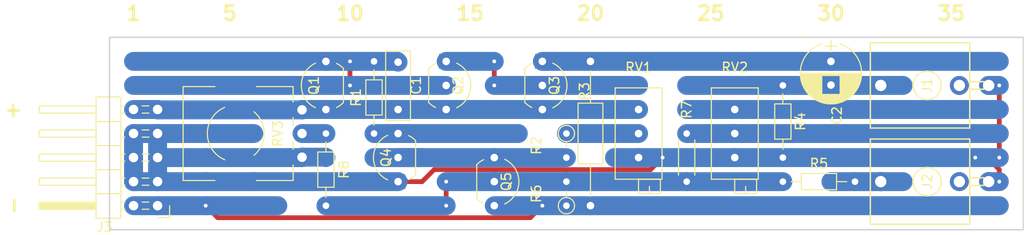
<source format=kicad_pcb>
(kicad_pcb (version 4) (host pcbnew 4.0.6)

  (general
    (links 42)
    (no_connects 0)
    (area 97.86 52.14 205.815001 77.005)
    (thickness 1.6)
    (drawings 14)
    (tracks 106)
    (zones 0)
    (modules 21)
    (nets 15)
  )

  (page A4)
  (layers
    (0 F.Cu signal)
    (31 B.Cu signal)
    (32 B.Adhes user)
    (33 F.Adhes user)
    (34 B.Paste user)
    (35 F.Paste user)
    (36 B.SilkS user)
    (37 F.SilkS user)
    (38 B.Mask user)
    (39 F.Mask user)
    (40 Dwgs.User user)
    (41 Cmts.User user)
    (42 Eco1.User user)
    (43 Eco2.User user)
    (44 Edge.Cuts user)
    (45 Margin user)
    (46 B.CrtYd user)
    (47 F.CrtYd user hide)
    (48 B.Fab user)
    (49 F.Fab user)
  )

  (setup
    (last_trace_width 2)
    (user_trace_width 0.5)
    (trace_clearance 0.2)
    (zone_clearance 0.508)
    (zone_45_only no)
    (trace_min 0.2)
    (segment_width 0.2)
    (edge_width 0.15)
    (via_size 0.6)
    (via_drill 0.4)
    (via_min_size 0.4)
    (via_min_drill 0.3)
    (uvia_size 0.3)
    (uvia_drill 0.1)
    (uvias_allowed no)
    (uvia_min_size 0.2)
    (uvia_min_drill 0.1)
    (pcb_text_width 0.3)
    (pcb_text_size 1.5 1.5)
    (mod_edge_width 0.15)
    (mod_text_size 1 1)
    (mod_text_width 0.15)
    (pad_size 1.524 1.524)
    (pad_drill 0.762)
    (pad_to_mask_clearance 0.2)
    (aux_axis_origin 109.22 76.2)
    (visible_elements 7FFFDDFF)
    (pcbplotparams
      (layerselection 0x00020_80000001)
      (usegerberextensions false)
      (excludeedgelayer true)
      (linewidth 0.100000)
      (plotframeref false)
      (viasonmask false)
      (mode 1)
      (useauxorigin false)
      (hpglpennumber 1)
      (hpglpenspeed 20)
      (hpglpendiameter 15)
      (hpglpenoverlay 2)
      (psnegative false)
      (psa4output false)
      (plotreference true)
      (plotvalue true)
      (plotinvisibletext false)
      (padsonsilk false)
      (subtractmaskfromsilk false)
      (outputformat 1)
      (mirror false)
      (drillshape 0)
      (scaleselection 1)
      (outputdirectory ""))
  )

  (net 0 "")
  (net 1 +12VA)
  (net 2 "Net-(C1-Pad2)")
  (net 3 "Net-(C2-Pad1)")
  (net 4 "Net-(C2-Pad2)")
  (net 5 "Net-(J2-Pad1)")
  (net 6 "Net-(Q2-Pad1)")
  (net 7 "Net-(Q4-Pad2)")
  (net 8 GND)
  (net 9 "Net-(Q5-Pad2)")
  (net 10 "Net-(Q4-Pad3)")
  (net 11 "Net-(R2-Pad1)")
  (net 12 -12VA)
  (net 13 "Net-(R8-Pad2)")
  (net 14 "Net-(R7-Pad1)")

  (net_class Default "This is the default net class."
    (clearance 0.2)
    (trace_width 2)
    (via_dia 0.6)
    (via_drill 0.4)
    (uvia_dia 0.3)
    (uvia_drill 0.1)
    (add_net +12VA)
    (add_net -12VA)
    (add_net GND)
    (add_net "Net-(C1-Pad2)")
    (add_net "Net-(C2-Pad1)")
    (add_net "Net-(C2-Pad2)")
    (add_net "Net-(J2-Pad1)")
    (add_net "Net-(Q2-Pad1)")
    (add_net "Net-(Q4-Pad2)")
    (add_net "Net-(Q4-Pad3)")
    (add_net "Net-(Q5-Pad2)")
    (add_net "Net-(R2-Pad1)")
    (add_net "Net-(R7-Pad1)")
    (add_net "Net-(R8-Pad2)")
  )

  (module Capacitors_THT:C_Rect_L7.2mm_W2.5mm_P5.00mm_FKS2_FKP2_MKS2_MKP2 (layer F.Cu) (tedit 5B3526EB) (tstamp 5B3A79E7)
    (at 139.7 63.5 90)
    (descr "C, Rect series, Radial, pin pitch=5.00mm, , length*width=7.2*2.5mm^2, Capacitor, http://www.wima.com/EN/WIMA_FKS_2.pdf")
    (tags "C Rect series Radial pin pitch 5.00mm  length 7.2mm width 2.5mm Capacitor")
    (path /5B33848F)
    (fp_text reference C1 (at 2.54 1.905 90) (layer F.SilkS)
      (effects (font (size 1 1) (thickness 0.15)))
    )
    (fp_text value 10n (at 2.54 0 90) (layer F.Fab)
      (effects (font (size 1 1) (thickness 0.15)))
    )
    (fp_line (start -1.1 -1.25) (end -1.1 1.25) (layer F.Fab) (width 0.1))
    (fp_line (start -1.1 1.25) (end 6.1 1.25) (layer F.Fab) (width 0.1))
    (fp_line (start 6.1 1.25) (end 6.1 -1.25) (layer F.Fab) (width 0.1))
    (fp_line (start 6.1 -1.25) (end -1.1 -1.25) (layer F.Fab) (width 0.1))
    (fp_line (start -1.16 -1.31) (end 6.16 -1.31) (layer F.SilkS) (width 0.12))
    (fp_line (start -1.16 1.31) (end 6.16 1.31) (layer F.SilkS) (width 0.12))
    (fp_line (start -1.16 -1.31) (end -1.16 1.31) (layer F.SilkS) (width 0.12))
    (fp_line (start 6.16 -1.31) (end 6.16 1.31) (layer F.SilkS) (width 0.12))
    (fp_line (start -1.45 -1.6) (end -1.45 1.6) (layer F.CrtYd) (width 0.05))
    (fp_line (start -1.45 1.6) (end 6.45 1.6) (layer F.CrtYd) (width 0.05))
    (fp_line (start 6.45 1.6) (end 6.45 -1.6) (layer F.CrtYd) (width 0.05))
    (fp_line (start 6.45 -1.6) (end -1.45 -1.6) (layer F.CrtYd) (width 0.05))
    (pad 1 thru_hole circle (at 0 0 90) (size 1.6 1.6) (drill 0.8) (layers *.Cu *.Mask)
      (net 1 +12VA))
    (pad 2 thru_hole circle (at 5 0 90) (size 1.6 1.6) (drill 0.8) (layers *.Cu *.Mask)
      (net 2 "Net-(C1-Pad2)"))
    (model Capacitors_THT.3dshapes/C_Rect_L7.2mm_W2.5mm_P5.00mm_FKS2_FKP2_MKS2_MKP2.wrl
      (at (xyz 0 0 0))
      (scale (xyz 0.393701 0.393701 0.393701))
      (rotate (xyz 0 0 0))
    )
  )

  (module Capacitors_THT:CP_Radial_D6.3mm_P2.50mm (layer F.Cu) (tedit 5B35271C) (tstamp 5B3A7A7B)
    (at 185.42 58.42 270)
    (descr "CP, Radial series, Radial, pin pitch=2.50mm, , diameter=6.3mm, Electrolytic Capacitor")
    (tags "CP Radial series Radial pin pitch 2.50mm  diameter 6.3mm Electrolytic Capacitor")
    (path /5B338AA6)
    (fp_text reference C2 (at 5.715 -0.635 270) (layer F.SilkS)
      (effects (font (size 1 1) (thickness 0.15)))
    )
    (fp_text value 10u (at 5.715 -1.905 270) (layer F.Fab)
      (effects (font (size 1 1) (thickness 0.15)))
    )
    (fp_arc (start 1.25 0) (end -1.838236 -0.98) (angle 144.8) (layer F.SilkS) (width 0.12))
    (fp_arc (start 1.25 0) (end -1.838236 0.98) (angle -144.8) (layer F.SilkS) (width 0.12))
    (fp_arc (start 1.25 0) (end 4.338236 -0.98) (angle 35.2) (layer F.SilkS) (width 0.12))
    (fp_circle (center 1.25 0) (end 4.4 0) (layer F.Fab) (width 0.1))
    (fp_line (start -2.2 0) (end -1 0) (layer F.Fab) (width 0.1))
    (fp_line (start -1.6 -0.65) (end -1.6 0.65) (layer F.Fab) (width 0.1))
    (fp_line (start 1.25 -3.2) (end 1.25 3.2) (layer F.SilkS) (width 0.12))
    (fp_line (start 1.29 -3.2) (end 1.29 3.2) (layer F.SilkS) (width 0.12))
    (fp_line (start 1.33 -3.2) (end 1.33 3.2) (layer F.SilkS) (width 0.12))
    (fp_line (start 1.37 -3.198) (end 1.37 3.198) (layer F.SilkS) (width 0.12))
    (fp_line (start 1.41 -3.197) (end 1.41 3.197) (layer F.SilkS) (width 0.12))
    (fp_line (start 1.45 -3.194) (end 1.45 3.194) (layer F.SilkS) (width 0.12))
    (fp_line (start 1.49 -3.192) (end 1.49 3.192) (layer F.SilkS) (width 0.12))
    (fp_line (start 1.53 -3.188) (end 1.53 -0.98) (layer F.SilkS) (width 0.12))
    (fp_line (start 1.53 0.98) (end 1.53 3.188) (layer F.SilkS) (width 0.12))
    (fp_line (start 1.57 -3.185) (end 1.57 -0.98) (layer F.SilkS) (width 0.12))
    (fp_line (start 1.57 0.98) (end 1.57 3.185) (layer F.SilkS) (width 0.12))
    (fp_line (start 1.61 -3.18) (end 1.61 -0.98) (layer F.SilkS) (width 0.12))
    (fp_line (start 1.61 0.98) (end 1.61 3.18) (layer F.SilkS) (width 0.12))
    (fp_line (start 1.65 -3.176) (end 1.65 -0.98) (layer F.SilkS) (width 0.12))
    (fp_line (start 1.65 0.98) (end 1.65 3.176) (layer F.SilkS) (width 0.12))
    (fp_line (start 1.69 -3.17) (end 1.69 -0.98) (layer F.SilkS) (width 0.12))
    (fp_line (start 1.69 0.98) (end 1.69 3.17) (layer F.SilkS) (width 0.12))
    (fp_line (start 1.73 -3.165) (end 1.73 -0.98) (layer F.SilkS) (width 0.12))
    (fp_line (start 1.73 0.98) (end 1.73 3.165) (layer F.SilkS) (width 0.12))
    (fp_line (start 1.77 -3.158) (end 1.77 -0.98) (layer F.SilkS) (width 0.12))
    (fp_line (start 1.77 0.98) (end 1.77 3.158) (layer F.SilkS) (width 0.12))
    (fp_line (start 1.81 -3.152) (end 1.81 -0.98) (layer F.SilkS) (width 0.12))
    (fp_line (start 1.81 0.98) (end 1.81 3.152) (layer F.SilkS) (width 0.12))
    (fp_line (start 1.85 -3.144) (end 1.85 -0.98) (layer F.SilkS) (width 0.12))
    (fp_line (start 1.85 0.98) (end 1.85 3.144) (layer F.SilkS) (width 0.12))
    (fp_line (start 1.89 -3.137) (end 1.89 -0.98) (layer F.SilkS) (width 0.12))
    (fp_line (start 1.89 0.98) (end 1.89 3.137) (layer F.SilkS) (width 0.12))
    (fp_line (start 1.93 -3.128) (end 1.93 -0.98) (layer F.SilkS) (width 0.12))
    (fp_line (start 1.93 0.98) (end 1.93 3.128) (layer F.SilkS) (width 0.12))
    (fp_line (start 1.971 -3.119) (end 1.971 -0.98) (layer F.SilkS) (width 0.12))
    (fp_line (start 1.971 0.98) (end 1.971 3.119) (layer F.SilkS) (width 0.12))
    (fp_line (start 2.011 -3.11) (end 2.011 -0.98) (layer F.SilkS) (width 0.12))
    (fp_line (start 2.011 0.98) (end 2.011 3.11) (layer F.SilkS) (width 0.12))
    (fp_line (start 2.051 -3.1) (end 2.051 -0.98) (layer F.SilkS) (width 0.12))
    (fp_line (start 2.051 0.98) (end 2.051 3.1) (layer F.SilkS) (width 0.12))
    (fp_line (start 2.091 -3.09) (end 2.091 -0.98) (layer F.SilkS) (width 0.12))
    (fp_line (start 2.091 0.98) (end 2.091 3.09) (layer F.SilkS) (width 0.12))
    (fp_line (start 2.131 -3.079) (end 2.131 -0.98) (layer F.SilkS) (width 0.12))
    (fp_line (start 2.131 0.98) (end 2.131 3.079) (layer F.SilkS) (width 0.12))
    (fp_line (start 2.171 -3.067) (end 2.171 -0.98) (layer F.SilkS) (width 0.12))
    (fp_line (start 2.171 0.98) (end 2.171 3.067) (layer F.SilkS) (width 0.12))
    (fp_line (start 2.211 -3.055) (end 2.211 -0.98) (layer F.SilkS) (width 0.12))
    (fp_line (start 2.211 0.98) (end 2.211 3.055) (layer F.SilkS) (width 0.12))
    (fp_line (start 2.251 -3.042) (end 2.251 -0.98) (layer F.SilkS) (width 0.12))
    (fp_line (start 2.251 0.98) (end 2.251 3.042) (layer F.SilkS) (width 0.12))
    (fp_line (start 2.291 -3.029) (end 2.291 -0.98) (layer F.SilkS) (width 0.12))
    (fp_line (start 2.291 0.98) (end 2.291 3.029) (layer F.SilkS) (width 0.12))
    (fp_line (start 2.331 -3.015) (end 2.331 -0.98) (layer F.SilkS) (width 0.12))
    (fp_line (start 2.331 0.98) (end 2.331 3.015) (layer F.SilkS) (width 0.12))
    (fp_line (start 2.371 -3.001) (end 2.371 -0.98) (layer F.SilkS) (width 0.12))
    (fp_line (start 2.371 0.98) (end 2.371 3.001) (layer F.SilkS) (width 0.12))
    (fp_line (start 2.411 -2.986) (end 2.411 -0.98) (layer F.SilkS) (width 0.12))
    (fp_line (start 2.411 0.98) (end 2.411 2.986) (layer F.SilkS) (width 0.12))
    (fp_line (start 2.451 -2.97) (end 2.451 -0.98) (layer F.SilkS) (width 0.12))
    (fp_line (start 2.451 0.98) (end 2.451 2.97) (layer F.SilkS) (width 0.12))
    (fp_line (start 2.491 -2.954) (end 2.491 -0.98) (layer F.SilkS) (width 0.12))
    (fp_line (start 2.491 0.98) (end 2.491 2.954) (layer F.SilkS) (width 0.12))
    (fp_line (start 2.531 -2.937) (end 2.531 -0.98) (layer F.SilkS) (width 0.12))
    (fp_line (start 2.531 0.98) (end 2.531 2.937) (layer F.SilkS) (width 0.12))
    (fp_line (start 2.571 -2.919) (end 2.571 -0.98) (layer F.SilkS) (width 0.12))
    (fp_line (start 2.571 0.98) (end 2.571 2.919) (layer F.SilkS) (width 0.12))
    (fp_line (start 2.611 -2.901) (end 2.611 -0.98) (layer F.SilkS) (width 0.12))
    (fp_line (start 2.611 0.98) (end 2.611 2.901) (layer F.SilkS) (width 0.12))
    (fp_line (start 2.651 -2.882) (end 2.651 -0.98) (layer F.SilkS) (width 0.12))
    (fp_line (start 2.651 0.98) (end 2.651 2.882) (layer F.SilkS) (width 0.12))
    (fp_line (start 2.691 -2.863) (end 2.691 -0.98) (layer F.SilkS) (width 0.12))
    (fp_line (start 2.691 0.98) (end 2.691 2.863) (layer F.SilkS) (width 0.12))
    (fp_line (start 2.731 -2.843) (end 2.731 -0.98) (layer F.SilkS) (width 0.12))
    (fp_line (start 2.731 0.98) (end 2.731 2.843) (layer F.SilkS) (width 0.12))
    (fp_line (start 2.771 -2.822) (end 2.771 -0.98) (layer F.SilkS) (width 0.12))
    (fp_line (start 2.771 0.98) (end 2.771 2.822) (layer F.SilkS) (width 0.12))
    (fp_line (start 2.811 -2.8) (end 2.811 -0.98) (layer F.SilkS) (width 0.12))
    (fp_line (start 2.811 0.98) (end 2.811 2.8) (layer F.SilkS) (width 0.12))
    (fp_line (start 2.851 -2.778) (end 2.851 -0.98) (layer F.SilkS) (width 0.12))
    (fp_line (start 2.851 0.98) (end 2.851 2.778) (layer F.SilkS) (width 0.12))
    (fp_line (start 2.891 -2.755) (end 2.891 -0.98) (layer F.SilkS) (width 0.12))
    (fp_line (start 2.891 0.98) (end 2.891 2.755) (layer F.SilkS) (width 0.12))
    (fp_line (start 2.931 -2.731) (end 2.931 -0.98) (layer F.SilkS) (width 0.12))
    (fp_line (start 2.931 0.98) (end 2.931 2.731) (layer F.SilkS) (width 0.12))
    (fp_line (start 2.971 -2.706) (end 2.971 -0.98) (layer F.SilkS) (width 0.12))
    (fp_line (start 2.971 0.98) (end 2.971 2.706) (layer F.SilkS) (width 0.12))
    (fp_line (start 3.011 -2.681) (end 3.011 -0.98) (layer F.SilkS) (width 0.12))
    (fp_line (start 3.011 0.98) (end 3.011 2.681) (layer F.SilkS) (width 0.12))
    (fp_line (start 3.051 -2.654) (end 3.051 -0.98) (layer F.SilkS) (width 0.12))
    (fp_line (start 3.051 0.98) (end 3.051 2.654) (layer F.SilkS) (width 0.12))
    (fp_line (start 3.091 -2.627) (end 3.091 -0.98) (layer F.SilkS) (width 0.12))
    (fp_line (start 3.091 0.98) (end 3.091 2.627) (layer F.SilkS) (width 0.12))
    (fp_line (start 3.131 -2.599) (end 3.131 -0.98) (layer F.SilkS) (width 0.12))
    (fp_line (start 3.131 0.98) (end 3.131 2.599) (layer F.SilkS) (width 0.12))
    (fp_line (start 3.171 -2.57) (end 3.171 -0.98) (layer F.SilkS) (width 0.12))
    (fp_line (start 3.171 0.98) (end 3.171 2.57) (layer F.SilkS) (width 0.12))
    (fp_line (start 3.211 -2.54) (end 3.211 -0.98) (layer F.SilkS) (width 0.12))
    (fp_line (start 3.211 0.98) (end 3.211 2.54) (layer F.SilkS) (width 0.12))
    (fp_line (start 3.251 -2.51) (end 3.251 -0.98) (layer F.SilkS) (width 0.12))
    (fp_line (start 3.251 0.98) (end 3.251 2.51) (layer F.SilkS) (width 0.12))
    (fp_line (start 3.291 -2.478) (end 3.291 -0.98) (layer F.SilkS) (width 0.12))
    (fp_line (start 3.291 0.98) (end 3.291 2.478) (layer F.SilkS) (width 0.12))
    (fp_line (start 3.331 -2.445) (end 3.331 -0.98) (layer F.SilkS) (width 0.12))
    (fp_line (start 3.331 0.98) (end 3.331 2.445) (layer F.SilkS) (width 0.12))
    (fp_line (start 3.371 -2.411) (end 3.371 -0.98) (layer F.SilkS) (width 0.12))
    (fp_line (start 3.371 0.98) (end 3.371 2.411) (layer F.SilkS) (width 0.12))
    (fp_line (start 3.411 -2.375) (end 3.411 -0.98) (layer F.SilkS) (width 0.12))
    (fp_line (start 3.411 0.98) (end 3.411 2.375) (layer F.SilkS) (width 0.12))
    (fp_line (start 3.451 -2.339) (end 3.451 -0.98) (layer F.SilkS) (width 0.12))
    (fp_line (start 3.451 0.98) (end 3.451 2.339) (layer F.SilkS) (width 0.12))
    (fp_line (start 3.491 -2.301) (end 3.491 2.301) (layer F.SilkS) (width 0.12))
    (fp_line (start 3.531 -2.262) (end 3.531 2.262) (layer F.SilkS) (width 0.12))
    (fp_line (start 3.571 -2.222) (end 3.571 2.222) (layer F.SilkS) (width 0.12))
    (fp_line (start 3.611 -2.18) (end 3.611 2.18) (layer F.SilkS) (width 0.12))
    (fp_line (start 3.651 -2.137) (end 3.651 2.137) (layer F.SilkS) (width 0.12))
    (fp_line (start 3.691 -2.092) (end 3.691 2.092) (layer F.SilkS) (width 0.12))
    (fp_line (start 3.731 -2.045) (end 3.731 2.045) (layer F.SilkS) (width 0.12))
    (fp_line (start 3.771 -1.997) (end 3.771 1.997) (layer F.SilkS) (width 0.12))
    (fp_line (start 3.811 -1.946) (end 3.811 1.946) (layer F.SilkS) (width 0.12))
    (fp_line (start 3.851 -1.894) (end 3.851 1.894) (layer F.SilkS) (width 0.12))
    (fp_line (start 3.891 -1.839) (end 3.891 1.839) (layer F.SilkS) (width 0.12))
    (fp_line (start 3.931 -1.781) (end 3.931 1.781) (layer F.SilkS) (width 0.12))
    (fp_line (start 3.971 -1.721) (end 3.971 1.721) (layer F.SilkS) (width 0.12))
    (fp_line (start 4.011 -1.658) (end 4.011 1.658) (layer F.SilkS) (width 0.12))
    (fp_line (start 4.051 -1.591) (end 4.051 1.591) (layer F.SilkS) (width 0.12))
    (fp_line (start 4.091 -1.52) (end 4.091 1.52) (layer F.SilkS) (width 0.12))
    (fp_line (start 4.131 -1.445) (end 4.131 1.445) (layer F.SilkS) (width 0.12))
    (fp_line (start 4.171 -1.364) (end 4.171 1.364) (layer F.SilkS) (width 0.12))
    (fp_line (start 4.211 -1.278) (end 4.211 1.278) (layer F.SilkS) (width 0.12))
    (fp_line (start 4.251 -1.184) (end 4.251 1.184) (layer F.SilkS) (width 0.12))
    (fp_line (start 4.291 -1.081) (end 4.291 1.081) (layer F.SilkS) (width 0.12))
    (fp_line (start 4.331 -0.966) (end 4.331 0.966) (layer F.SilkS) (width 0.12))
    (fp_line (start 4.371 -0.834) (end 4.371 0.834) (layer F.SilkS) (width 0.12))
    (fp_line (start 4.411 -0.676) (end 4.411 0.676) (layer F.SilkS) (width 0.12))
    (fp_line (start 4.451 -0.468) (end 4.451 0.468) (layer F.SilkS) (width 0.12))
    (fp_line (start -2.2 0) (end -1 0) (layer F.SilkS) (width 0.12))
    (fp_line (start -1.6 -0.65) (end -1.6 0.65) (layer F.SilkS) (width 0.12))
    (fp_line (start -2.25 -3.5) (end -2.25 3.5) (layer F.CrtYd) (width 0.05))
    (fp_line (start -2.25 3.5) (end 4.75 3.5) (layer F.CrtYd) (width 0.05))
    (fp_line (start 4.75 3.5) (end 4.75 -3.5) (layer F.CrtYd) (width 0.05))
    (fp_line (start 4.75 -3.5) (end -2.25 -3.5) (layer F.CrtYd) (width 0.05))
    (pad 1 thru_hole rect (at 0 0 270) (size 1.6 1.6) (drill 0.8) (layers *.Cu *.Mask)
      (net 3 "Net-(C2-Pad1)"))
    (pad 2 thru_hole circle (at 2.5 0 270) (size 1.6 1.6) (drill 0.8) (layers *.Cu *.Mask)
      (net 4 "Net-(C2-Pad2)"))
    (model Capacitors_THT.3dshapes/CP_Radial_D6.3mm_P2.50mm.wrl
      (at (xyz 0 0 0))
      (scale (xyz 0.393701 0.393701 0.393701))
      (rotate (xyz 0 0 0))
    )
  )

  (module TO_SOT_Packages_THT:TO-92-2pin_Inline_Wide (layer F.Cu) (tedit 5B35272E) (tstamp 5B3A7AB6)
    (at 132.08 63.5 90)
    (descr "TO-92 2-pin leads in-line, wide, drill 0.8mm")
    (tags "to-92 sc-43 sc-43a sot54 PA33 diode SOD70")
    (path /5B3382C2)
    (fp_text reference Q1 (at 2.54 -1.27 270) (layer F.SilkS)
      (effects (font (size 1 1) (thickness 0.15)))
    )
    (fp_text value 2N3904 (at 6.985 0 180) (layer F.Fab)
      (effects (font (size 1 1) (thickness 0.15)))
    )
    (fp_text user %R (at 2.54 -1.27 270) (layer F.Fab)
      (effects (font (size 1 1) (thickness 0.15)))
    )
    (fp_line (start 0.74 1.85) (end 4.34 1.85) (layer F.SilkS) (width 0.12))
    (fp_line (start 0.8 1.75) (end 4.3 1.75) (layer F.Fab) (width 0.1))
    (fp_line (start -1.01 -2.73) (end 6.09 -2.73) (layer F.CrtYd) (width 0.05))
    (fp_line (start -1.01 -2.73) (end -1.01 2.01) (layer F.CrtYd) (width 0.05))
    (fp_line (start 6.09 2.01) (end 6.09 -2.73) (layer F.CrtYd) (width 0.05))
    (fp_line (start 6.09 2.01) (end -1.01 2.01) (layer F.CrtYd) (width 0.05))
    (fp_arc (start 2.54 0) (end 0.74 1.85) (angle 20) (layer F.SilkS) (width 0.12))
    (fp_arc (start 2.54 0) (end 2.54 -2.6) (angle -65) (layer F.SilkS) (width 0.12))
    (fp_arc (start 2.54 0) (end 2.54 -2.6) (angle 65) (layer F.SilkS) (width 0.12))
    (fp_arc (start 2.54 0) (end 2.54 -2.48) (angle 135) (layer F.Fab) (width 0.1))
    (fp_arc (start 2.54 0) (end 2.54 -2.48) (angle -135) (layer F.Fab) (width 0.1))
    (fp_arc (start 2.54 0) (end 4.34 1.85) (angle -20) (layer F.SilkS) (width 0.12))
    (pad 2 thru_hole circle (at 5.08 0 180) (size 1.52 1.52) (drill 0.8) (layers *.Cu *.Mask)
      (net 2 "Net-(C1-Pad2)"))
    (pad 1 thru_hole rect (at 0 0 180) (size 1.52 1.52) (drill 0.8) (layers *.Cu *.Mask)
      (net 1 +12VA))
    (model ${KISYS3DMOD}/TO_SOT_Packages_THT.3dshapes/TO-92-2pin_Inline_Wide.wrl
      (at (xyz 0.1 0 0))
      (scale (xyz 1 1 1))
      (rotate (xyz 0 0 -90))
    )
  )

  (module TO_SOT_Packages_THT:TO-92_Inline_Wide (layer F.Cu) (tedit 5B352765) (tstamp 5B3DAE30)
    (at 144.78 58.42 270)
    (descr "TO-92 leads in-line, wide, drill 0.8mm (see NXP sot054_po.pdf)")
    (tags "to-92 sc-43 sc-43a sot54 PA33 transistor")
    (path /5B338766)
    (fp_text reference Q2 (at 2.54 -1.27 450) (layer F.SilkS)
      (effects (font (size 1 1) (thickness 0.15)))
    )
    (fp_text value 2N3904 (at -1.905 -0.635 360) (layer F.Fab)
      (effects (font (size 1 1) (thickness 0.15)))
    )
    (fp_text user %R (at 2.54 -1.27 450) (layer F.Fab)
      (effects (font (size 1 1) (thickness 0.15)))
    )
    (fp_line (start 0.74 1.85) (end 4.34 1.85) (layer F.SilkS) (width 0.12))
    (fp_line (start 0.8 1.75) (end 4.3 1.75) (layer F.Fab) (width 0.1))
    (fp_line (start -1.01 -2.73) (end 6.09 -2.73) (layer F.CrtYd) (width 0.05))
    (fp_line (start -1.01 -2.73) (end -1.01 2.01) (layer F.CrtYd) (width 0.05))
    (fp_line (start 6.09 2.01) (end 6.09 -2.73) (layer F.CrtYd) (width 0.05))
    (fp_line (start 6.09 2.01) (end -1.01 2.01) (layer F.CrtYd) (width 0.05))
    (fp_arc (start 2.54 0) (end 0.74 1.85) (angle 20) (layer F.SilkS) (width 0.12))
    (fp_arc (start 2.54 0) (end 2.54 -2.6) (angle -65) (layer F.SilkS) (width 0.12))
    (fp_arc (start 2.54 0) (end 2.54 -2.6) (angle 65) (layer F.SilkS) (width 0.12))
    (fp_arc (start 2.54 0) (end 2.54 -2.48) (angle 135) (layer F.Fab) (width 0.1))
    (fp_arc (start 2.54 0) (end 2.54 -2.48) (angle -135) (layer F.Fab) (width 0.1))
    (fp_arc (start 2.54 0) (end 4.34 1.85) (angle -20) (layer F.SilkS) (width 0.12))
    (pad 2 thru_hole circle (at 2.54 0) (size 1.52 1.52) (drill 0.8) (layers *.Cu *.Mask)
      (net 2 "Net-(C1-Pad2)"))
    (pad 3 thru_hole circle (at 5.08 0) (size 1.52 1.52) (drill 0.8) (layers *.Cu *.Mask)
      (net 1 +12VA))
    (pad 1 thru_hole rect (at 0 0) (size 1.52 1.52) (drill 0.8) (layers *.Cu *.Mask)
      (net 6 "Net-(Q2-Pad1)"))
    (model ${KISYS3DMOD}/TO_SOT_Packages_THT.3dshapes/TO-92_Inline_Wide.wrl
      (at (xyz 0.1 0 0))
      (scale (xyz 1 1 1))
      (rotate (xyz 0 0 -90))
    )
  )

  (module TO_SOT_Packages_THT:TO-92_Inline_Wide (layer F.Cu) (tedit 5B35275D) (tstamp 5B3DAE43)
    (at 154.94 58.42 270)
    (descr "TO-92 leads in-line, wide, drill 0.8mm (see NXP sot054_po.pdf)")
    (tags "to-92 sc-43 sc-43a sot54 PA33 transistor")
    (path /5B3387A9)
    (fp_text reference Q3 (at 2.54 -1.27 450) (layer F.SilkS)
      (effects (font (size 1 1) (thickness 0.15)))
    )
    (fp_text value 2N3904 (at -1.905 0 360) (layer F.Fab)
      (effects (font (size 1 1) (thickness 0.15)))
    )
    (fp_text user %R (at 2.54 -1.27 450) (layer F.Fab)
      (effects (font (size 1 1) (thickness 0.15)))
    )
    (fp_line (start 0.74 1.85) (end 4.34 1.85) (layer F.SilkS) (width 0.12))
    (fp_line (start 0.8 1.75) (end 4.3 1.75) (layer F.Fab) (width 0.1))
    (fp_line (start -1.01 -2.73) (end 6.09 -2.73) (layer F.CrtYd) (width 0.05))
    (fp_line (start -1.01 -2.73) (end -1.01 2.01) (layer F.CrtYd) (width 0.05))
    (fp_line (start 6.09 2.01) (end 6.09 -2.73) (layer F.CrtYd) (width 0.05))
    (fp_line (start 6.09 2.01) (end -1.01 2.01) (layer F.CrtYd) (width 0.05))
    (fp_arc (start 2.54 0) (end 0.74 1.85) (angle 20) (layer F.SilkS) (width 0.12))
    (fp_arc (start 2.54 0) (end 2.54 -2.6) (angle -65) (layer F.SilkS) (width 0.12))
    (fp_arc (start 2.54 0) (end 2.54 -2.6) (angle 65) (layer F.SilkS) (width 0.12))
    (fp_arc (start 2.54 0) (end 2.54 -2.48) (angle 135) (layer F.Fab) (width 0.1))
    (fp_arc (start 2.54 0) (end 2.54 -2.48) (angle -135) (layer F.Fab) (width 0.1))
    (fp_arc (start 2.54 0) (end 4.34 1.85) (angle -20) (layer F.SilkS) (width 0.12))
    (pad 2 thru_hole circle (at 2.54 0) (size 1.52 1.52) (drill 0.8) (layers *.Cu *.Mask)
      (net 6 "Net-(Q2-Pad1)"))
    (pad 3 thru_hole circle (at 5.08 0) (size 1.52 1.52) (drill 0.8) (layers *.Cu *.Mask)
      (net 1 +12VA))
    (pad 1 thru_hole rect (at 0 0) (size 1.52 1.52) (drill 0.8) (layers *.Cu *.Mask)
      (net 3 "Net-(C2-Pad1)"))
    (model ${KISYS3DMOD}/TO_SOT_Packages_THT.3dshapes/TO-92_Inline_Wide.wrl
      (at (xyz 0.1 0 0))
      (scale (xyz 1 1 1))
      (rotate (xyz 0 0 -90))
    )
  )

  (module TO_SOT_Packages_THT:TO-92_Inline_Wide (layer F.Cu) (tedit 5B352758) (tstamp 5B3DAE56)
    (at 139.7 71.12 90)
    (descr "TO-92 leads in-line, wide, drill 0.8mm (see NXP sot054_po.pdf)")
    (tags "to-92 sc-43 sc-43a sot54 PA33 transistor")
    (path /5B338143)
    (fp_text reference Q4 (at 2.54 -1.27 270) (layer F.SilkS)
      (effects (font (size 1 1) (thickness 0.15)))
    )
    (fp_text value 2N3904 (at -1.27 -0.635 180) (layer F.Fab)
      (effects (font (size 1 1) (thickness 0.15)))
    )
    (fp_text user %R (at 2.54 -1.27 270) (layer F.Fab)
      (effects (font (size 1 1) (thickness 0.15)))
    )
    (fp_line (start 0.74 1.85) (end 4.34 1.85) (layer F.SilkS) (width 0.12))
    (fp_line (start 0.8 1.75) (end 4.3 1.75) (layer F.Fab) (width 0.1))
    (fp_line (start -1.01 -2.73) (end 6.09 -2.73) (layer F.CrtYd) (width 0.05))
    (fp_line (start -1.01 -2.73) (end -1.01 2.01) (layer F.CrtYd) (width 0.05))
    (fp_line (start 6.09 2.01) (end 6.09 -2.73) (layer F.CrtYd) (width 0.05))
    (fp_line (start 6.09 2.01) (end -1.01 2.01) (layer F.CrtYd) (width 0.05))
    (fp_arc (start 2.54 0) (end 0.74 1.85) (angle 20) (layer F.SilkS) (width 0.12))
    (fp_arc (start 2.54 0) (end 2.54 -2.6) (angle -65) (layer F.SilkS) (width 0.12))
    (fp_arc (start 2.54 0) (end 2.54 -2.6) (angle 65) (layer F.SilkS) (width 0.12))
    (fp_arc (start 2.54 0) (end 2.54 -2.48) (angle 135) (layer F.Fab) (width 0.1))
    (fp_arc (start 2.54 0) (end 2.54 -2.48) (angle -135) (layer F.Fab) (width 0.1))
    (fp_arc (start 2.54 0) (end 4.34 1.85) (angle -20) (layer F.SilkS) (width 0.12))
    (pad 2 thru_hole circle (at 2.54 0 180) (size 1.52 1.52) (drill 0.8) (layers *.Cu *.Mask)
      (net 7 "Net-(Q4-Pad2)"))
    (pad 3 thru_hole circle (at 5.08 0 180) (size 1.52 1.52) (drill 0.8) (layers *.Cu *.Mask)
      (net 10 "Net-(Q4-Pad3)"))
    (pad 1 thru_hole rect (at 0 0 180) (size 1.52 1.52) (drill 0.8) (layers *.Cu *.Mask)
      (net 8 GND))
    (model ${KISYS3DMOD}/TO_SOT_Packages_THT.3dshapes/TO-92_Inline_Wide.wrl
      (at (xyz 0.1 0 0))
      (scale (xyz 1 1 1))
      (rotate (xyz 0 0 -90))
    )
  )

  (module TO_SOT_Packages_THT:TO-92_Inline_Wide (layer F.Cu) (tedit 5B352748) (tstamp 5B3DAE69)
    (at 149.86 68.58 270)
    (descr "TO-92 leads in-line, wide, drill 0.8mm (see NXP sot054_po.pdf)")
    (tags "to-92 sc-43 sc-43a sot54 PA33 transistor")
    (path /5B339C71)
    (fp_text reference Q5 (at 2.54 -1.27 450) (layer F.SilkS)
      (effects (font (size 1 1) (thickness 0.15)))
    )
    (fp_text value 2N3906 (at -1.905 0 360) (layer F.Fab)
      (effects (font (size 1 1) (thickness 0.15)))
    )
    (fp_text user %R (at 2.54 -1.27 450) (layer F.Fab)
      (effects (font (size 1 1) (thickness 0.15)))
    )
    (fp_line (start 0.74 1.85) (end 4.34 1.85) (layer F.SilkS) (width 0.12))
    (fp_line (start 0.8 1.75) (end 4.3 1.75) (layer F.Fab) (width 0.1))
    (fp_line (start -1.01 -2.73) (end 6.09 -2.73) (layer F.CrtYd) (width 0.05))
    (fp_line (start -1.01 -2.73) (end -1.01 2.01) (layer F.CrtYd) (width 0.05))
    (fp_line (start 6.09 2.01) (end 6.09 -2.73) (layer F.CrtYd) (width 0.05))
    (fp_line (start 6.09 2.01) (end -1.01 2.01) (layer F.CrtYd) (width 0.05))
    (fp_arc (start 2.54 0) (end 0.74 1.85) (angle 20) (layer F.SilkS) (width 0.12))
    (fp_arc (start 2.54 0) (end 2.54 -2.6) (angle -65) (layer F.SilkS) (width 0.12))
    (fp_arc (start 2.54 0) (end 2.54 -2.6) (angle 65) (layer F.SilkS) (width 0.12))
    (fp_arc (start 2.54 0) (end 2.54 -2.48) (angle 135) (layer F.Fab) (width 0.1))
    (fp_arc (start 2.54 0) (end 2.54 -2.48) (angle -135) (layer F.Fab) (width 0.1))
    (fp_arc (start 2.54 0) (end 4.34 1.85) (angle -20) (layer F.SilkS) (width 0.12))
    (pad 2 thru_hole circle (at 2.54 0) (size 1.52 1.52) (drill 0.8) (layers *.Cu *.Mask)
      (net 9 "Net-(Q5-Pad2)"))
    (pad 3 thru_hole circle (at 5.08 0) (size 1.52 1.52) (drill 0.8) (layers *.Cu *.Mask)
      (net 12 -12VA))
    (pad 1 thru_hole rect (at 0 0) (size 1.52 1.52) (drill 0.8) (layers *.Cu *.Mask)
      (net 7 "Net-(Q4-Pad2)"))
    (model ${KISYS3DMOD}/TO_SOT_Packages_THT.3dshapes/TO-92_Inline_Wide.wrl
      (at (xyz 0.1 0 0))
      (scale (xyz 1 1 1))
      (rotate (xyz 0 0 -90))
    )
  )

  (module Resistors_THT:R_Axial_DIN0204_L3.6mm_D1.6mm_P7.62mm_Horizontal (layer F.Cu) (tedit 5B338E26) (tstamp 5B4787F7)
    (at 180.34 60.96 270)
    (descr "Resistor, Axial_DIN0204 series, Axial, Horizontal, pin pitch=7.62mm, 0.16666666666666666W = 1/6W, length*diameter=3.6*1.6mm^2, http://cdn-reichelt.de/documents/datenblatt/B400/1_4W%23YAG.pdf")
    (tags "Resistor Axial_DIN0204 series Axial Horizontal pin pitch 7.62mm 0.16666666666666666W = 1/6W length 3.6mm diameter 1.6mm")
    (path /5B338B31)
    (fp_text reference R4 (at 3.81 -1.86 270) (layer F.SilkS)
      (effects (font (size 1 1) (thickness 0.15)))
    )
    (fp_text value 10k (at 3.81 0 270) (layer F.Fab)
      (effects (font (size 1 1) (thickness 0.15)))
    )
    (fp_line (start 2.01 -0.8) (end 2.01 0.8) (layer F.Fab) (width 0.1))
    (fp_line (start 2.01 0.8) (end 5.61 0.8) (layer F.Fab) (width 0.1))
    (fp_line (start 5.61 0.8) (end 5.61 -0.8) (layer F.Fab) (width 0.1))
    (fp_line (start 5.61 -0.8) (end 2.01 -0.8) (layer F.Fab) (width 0.1))
    (fp_line (start 0 0) (end 2.01 0) (layer F.Fab) (width 0.1))
    (fp_line (start 7.62 0) (end 5.61 0) (layer F.Fab) (width 0.1))
    (fp_line (start 1.95 -0.86) (end 1.95 0.86) (layer F.SilkS) (width 0.12))
    (fp_line (start 1.95 0.86) (end 5.67 0.86) (layer F.SilkS) (width 0.12))
    (fp_line (start 5.67 0.86) (end 5.67 -0.86) (layer F.SilkS) (width 0.12))
    (fp_line (start 5.67 -0.86) (end 1.95 -0.86) (layer F.SilkS) (width 0.12))
    (fp_line (start 0.88 0) (end 1.95 0) (layer F.SilkS) (width 0.12))
    (fp_line (start 6.74 0) (end 5.67 0) (layer F.SilkS) (width 0.12))
    (fp_line (start -0.95 -1.15) (end -0.95 1.15) (layer F.CrtYd) (width 0.05))
    (fp_line (start -0.95 1.15) (end 8.6 1.15) (layer F.CrtYd) (width 0.05))
    (fp_line (start 8.6 1.15) (end 8.6 -1.15) (layer F.CrtYd) (width 0.05))
    (fp_line (start 8.6 -1.15) (end -0.95 -1.15) (layer F.CrtYd) (width 0.05))
    (pad 1 thru_hole circle (at 0 0 270) (size 1.4 1.4) (drill 0.7) (layers *.Cu *.Mask)
      (net 4 "Net-(C2-Pad2)"))
    (pad 2 thru_hole oval (at 7.62 0 270) (size 1.4 1.4) (drill 0.7) (layers *.Cu *.Mask)
      (net 8 GND))
    (model Resistors_THT.3dshapes/R_Axial_DIN0204_L3.6mm_D1.6mm_P7.62mm_Horizontal.wrl
      (at (xyz 0 0 0))
      (scale (xyz 0.393701 0.393701 0.393701))
      (rotate (xyz 0 0 0))
    )
  )

  (module Resistors_THT:R_Axial_DIN0204_L3.6mm_D1.6mm_P7.62mm_Horizontal (layer F.Cu) (tedit 5B3524A7) (tstamp 5B47880C)
    (at 180.34 71.12)
    (descr "Resistor, Axial_DIN0204 series, Axial, Horizontal, pin pitch=7.62mm, 0.16666666666666666W = 1/6W, length*diameter=3.6*1.6mm^2, http://cdn-reichelt.de/documents/datenblatt/B400/1_4W%23YAG.pdf")
    (tags "Resistor Axial_DIN0204 series Axial Horizontal pin pitch 7.62mm 0.16666666666666666W = 1/6W length 3.6mm diameter 1.6mm")
    (path /5B33B6A7)
    (fp_text reference R5 (at 3.81 -1.905) (layer F.SilkS)
      (effects (font (size 1 1) (thickness 0.15)))
    )
    (fp_text value 100k (at 3.81 0) (layer F.Fab)
      (effects (font (size 1 1) (thickness 0.15)))
    )
    (fp_line (start 2.01 -0.8) (end 2.01 0.8) (layer F.Fab) (width 0.1))
    (fp_line (start 2.01 0.8) (end 5.61 0.8) (layer F.Fab) (width 0.1))
    (fp_line (start 5.61 0.8) (end 5.61 -0.8) (layer F.Fab) (width 0.1))
    (fp_line (start 5.61 -0.8) (end 2.01 -0.8) (layer F.Fab) (width 0.1))
    (fp_line (start 0 0) (end 2.01 0) (layer F.Fab) (width 0.1))
    (fp_line (start 7.62 0) (end 5.61 0) (layer F.Fab) (width 0.1))
    (fp_line (start 1.95 -0.86) (end 1.95 0.86) (layer F.SilkS) (width 0.12))
    (fp_line (start 1.95 0.86) (end 5.67 0.86) (layer F.SilkS) (width 0.12))
    (fp_line (start 5.67 0.86) (end 5.67 -0.86) (layer F.SilkS) (width 0.12))
    (fp_line (start 5.67 -0.86) (end 1.95 -0.86) (layer F.SilkS) (width 0.12))
    (fp_line (start 0.88 0) (end 1.95 0) (layer F.SilkS) (width 0.12))
    (fp_line (start 6.74 0) (end 5.67 0) (layer F.SilkS) (width 0.12))
    (fp_line (start -0.95 -1.15) (end -0.95 1.15) (layer F.CrtYd) (width 0.05))
    (fp_line (start -0.95 1.15) (end 8.6 1.15) (layer F.CrtYd) (width 0.05))
    (fp_line (start 8.6 1.15) (end 8.6 -1.15) (layer F.CrtYd) (width 0.05))
    (fp_line (start 8.6 -1.15) (end -0.95 -1.15) (layer F.CrtYd) (width 0.05))
    (pad 1 thru_hole circle (at 0 0) (size 1.4 1.4) (drill 0.7) (layers *.Cu *.Mask)
      (net 9 "Net-(Q5-Pad2)"))
    (pad 2 thru_hole oval (at 7.62 0) (size 1.4 1.4) (drill 0.7) (layers *.Cu *.Mask)
      (net 5 "Net-(J2-Pad1)"))
    (model Resistors_THT.3dshapes/R_Axial_DIN0204_L3.6mm_D1.6mm_P7.62mm_Horizontal.wrl
      (at (xyz 0 0 0))
      (scale (xyz 0.393701 0.393701 0.393701))
      (rotate (xyz 0 0 0))
    )
  )

  (module Potentiometers:Potentiometer_Trimmer_Bourns_3296X (layer F.Cu) (tedit 5B3524DF) (tstamp 5B4ABA71)
    (at 165.1 63.5 90)
    (descr "Spindle Trimmer Potentiometer, Bourns 3296X, https://www.bourns.com/pdfs/3296.pdf")
    (tags "Spindle Trimmer Potentiometer   Bourns 3296X")
    (path /5B33A4EA)
    (fp_text reference RV1 (at 4.445 0 180) (layer F.SilkS)
      (effects (font (size 1 1) (thickness 0.15)))
    )
    (fp_text value 10k (at 3.175 0 180) (layer F.Fab)
      (effects (font (size 1 1) (thickness 0.15)))
    )
    (fp_line (start -7.305 -2.41) (end -7.305 2.42) (layer F.Fab) (width 0.1))
    (fp_line (start -7.305 2.42) (end 2.225 2.42) (layer F.Fab) (width 0.1))
    (fp_line (start 2.225 2.42) (end 2.225 -2.41) (layer F.Fab) (width 0.1))
    (fp_line (start 2.225 -2.41) (end -7.305 -2.41) (layer F.Fab) (width 0.1))
    (fp_line (start -8.825 0.055) (end -8.825 2.245) (layer F.Fab) (width 0.1))
    (fp_line (start -8.825 2.245) (end -7.305 2.245) (layer F.Fab) (width 0.1))
    (fp_line (start -7.305 2.245) (end -7.305 0.055) (layer F.Fab) (width 0.1))
    (fp_line (start -7.305 0.055) (end -8.825 0.055) (layer F.Fab) (width 0.1))
    (fp_line (start -8.825 1.15) (end -8.065 1.15) (layer F.Fab) (width 0.1))
    (fp_line (start -7.365 -2.47) (end 2.285 -2.47) (layer F.SilkS) (width 0.12))
    (fp_line (start -7.365 2.481) (end 2.285 2.481) (layer F.SilkS) (width 0.12))
    (fp_line (start -7.365 -2.47) (end -7.365 2.481) (layer F.SilkS) (width 0.12))
    (fp_line (start 2.285 -2.47) (end 2.285 2.481) (layer F.SilkS) (width 0.12))
    (fp_line (start -8.885 -0.005) (end -7.366 -0.005) (layer F.SilkS) (width 0.12))
    (fp_line (start -8.885 2.305) (end -7.366 2.305) (layer F.SilkS) (width 0.12))
    (fp_line (start -8.885 -0.005) (end -8.885 2.305) (layer F.SilkS) (width 0.12))
    (fp_line (start -7.366 -0.005) (end -7.366 2.305) (layer F.SilkS) (width 0.12))
    (fp_line (start -8.885 1.15) (end -8.125 1.15) (layer F.SilkS) (width 0.12))
    (fp_line (start -9.1 -2.7) (end -9.1 2.7) (layer F.CrtYd) (width 0.05))
    (fp_line (start -9.1 2.7) (end 2.5 2.7) (layer F.CrtYd) (width 0.05))
    (fp_line (start 2.5 2.7) (end 2.5 -2.7) (layer F.CrtYd) (width 0.05))
    (fp_line (start 2.5 -2.7) (end -9.1 -2.7) (layer F.CrtYd) (width 0.05))
    (pad 1 thru_hole circle (at 0 0 90) (size 1.44 1.44) (drill 0.8) (layers *.Cu *.Mask)
      (net 1 +12VA))
    (pad 2 thru_hole circle (at -2.54 0 90) (size 1.44 1.44) (drill 0.8) (layers *.Cu *.Mask)
      (net 11 "Net-(R2-Pad1)"))
    (pad 3 thru_hole circle (at -5.08 0 90) (size 1.44 1.44) (drill 0.8) (layers *.Cu *.Mask)
      (net 8 GND))
    (model Potentiometers.3dshapes/Potentiometer_Trimmer_Bourns_3296X.wrl
      (at (xyz 0 0 0))
      (scale (xyz 1 1 1))
      (rotate (xyz 0 0 -90))
    )
  )

  (module Potentiometers:Potentiometer_Trimmer_Bourns_3296X (layer F.Cu) (tedit 5B3524E2) (tstamp 5B4ABA8D)
    (at 175.26 63.5 90)
    (descr "Spindle Trimmer Potentiometer, Bourns 3296X, https://www.bourns.com/pdfs/3296.pdf")
    (tags "Spindle Trimmer Potentiometer   Bourns 3296X")
    (path /5B33AA59)
    (fp_text reference RV2 (at 4.445 0 180) (layer F.SilkS)
      (effects (font (size 1 1) (thickness 0.15)))
    )
    (fp_text value 1k (at 3.175 0 180) (layer F.Fab)
      (effects (font (size 1 1) (thickness 0.15)))
    )
    (fp_line (start -7.305 -2.41) (end -7.305 2.42) (layer F.Fab) (width 0.1))
    (fp_line (start -7.305 2.42) (end 2.225 2.42) (layer F.Fab) (width 0.1))
    (fp_line (start 2.225 2.42) (end 2.225 -2.41) (layer F.Fab) (width 0.1))
    (fp_line (start 2.225 -2.41) (end -7.305 -2.41) (layer F.Fab) (width 0.1))
    (fp_line (start -8.825 0.055) (end -8.825 2.245) (layer F.Fab) (width 0.1))
    (fp_line (start -8.825 2.245) (end -7.305 2.245) (layer F.Fab) (width 0.1))
    (fp_line (start -7.305 2.245) (end -7.305 0.055) (layer F.Fab) (width 0.1))
    (fp_line (start -7.305 0.055) (end -8.825 0.055) (layer F.Fab) (width 0.1))
    (fp_line (start -8.825 1.15) (end -8.065 1.15) (layer F.Fab) (width 0.1))
    (fp_line (start -7.365 -2.47) (end 2.285 -2.47) (layer F.SilkS) (width 0.12))
    (fp_line (start -7.365 2.481) (end 2.285 2.481) (layer F.SilkS) (width 0.12))
    (fp_line (start -7.365 -2.47) (end -7.365 2.481) (layer F.SilkS) (width 0.12))
    (fp_line (start 2.285 -2.47) (end 2.285 2.481) (layer F.SilkS) (width 0.12))
    (fp_line (start -8.885 -0.005) (end -7.366 -0.005) (layer F.SilkS) (width 0.12))
    (fp_line (start -8.885 2.305) (end -7.366 2.305) (layer F.SilkS) (width 0.12))
    (fp_line (start -8.885 -0.005) (end -8.885 2.305) (layer F.SilkS) (width 0.12))
    (fp_line (start -7.366 -0.005) (end -7.366 2.305) (layer F.SilkS) (width 0.12))
    (fp_line (start -8.885 1.15) (end -8.125 1.15) (layer F.SilkS) (width 0.12))
    (fp_line (start -9.1 -2.7) (end -9.1 2.7) (layer F.CrtYd) (width 0.05))
    (fp_line (start -9.1 2.7) (end 2.5 2.7) (layer F.CrtYd) (width 0.05))
    (fp_line (start 2.5 2.7) (end 2.5 -2.7) (layer F.CrtYd) (width 0.05))
    (fp_line (start 2.5 -2.7) (end -9.1 -2.7) (layer F.CrtYd) (width 0.05))
    (pad 1 thru_hole circle (at 0 0 90) (size 1.44 1.44) (drill 0.8) (layers *.Cu *.Mask))
    (pad 2 thru_hole circle (at -2.54 0 90) (size 1.44 1.44) (drill 0.8) (layers *.Cu *.Mask)
      (net 14 "Net-(R7-Pad1)"))
    (pad 3 thru_hole circle (at -5.08 0 90) (size 1.44 1.44) (drill 0.8) (layers *.Cu *.Mask)
      (net 8 GND))
    (model Potentiometers.3dshapes/Potentiometer_Trimmer_Bourns_3296X.wrl
      (at (xyz 0 0 0))
      (scale (xyz 1 1 1))
      (rotate (xyz 0 0 -90))
    )
  )

  (module Kassutronics2017:Thonkiconn (layer F.Cu) (tedit 5B3526C7) (tstamp 5B5123CF)
    (at 195.58 60.96 90)
    (descr "Thonkiconn 3.5mm mono audio jack")
    (path /5B34882E)
    (fp_text reference J1 (at 0 0 90) (layer F.SilkS)
      (effects (font (size 1 1) (thickness 0.15)))
    )
    (fp_text value OUT (at 0 -2.54 90) (layer F.Fab)
      (effects (font (size 1 1) (thickness 0.15)))
    )
    (fp_circle (center 0 0) (end 1.5 0) (layer F.SilkS) (width 0.15))
    (fp_line (start -0.4 4.5) (end -0.4 6) (layer F.SilkS) (width 0.15))
    (fp_line (start -0.4 6) (end 0.4 6) (layer F.SilkS) (width 0.15))
    (fp_line (start 0.4 6) (end 0.4 4.5) (layer F.SilkS) (width 0.15))
    (fp_line (start -4.5 -6) (end 4.5 -6) (layer F.SilkS) (width 0.15))
    (fp_line (start 4.5 -6) (end 4.5 4.5) (layer F.SilkS) (width 0.15))
    (fp_line (start 4.5 4.5) (end -4.5 4.5) (layer F.SilkS) (width 0.15))
    (fp_line (start -4.5 4.5) (end -4.5 -6) (layer F.SilkS) (width 0.15))
    (pad 3 thru_hole circle (at 0 6.5 90) (size 2 2) (drill 1.2) (layers *.Cu *.Mask)
      (net 8 GND))
    (pad 2 thru_hole circle (at 0 3.4 90) (size 2 2) (drill 1.2) (layers *.Cu *.Mask))
    (pad 1 thru_hole circle (at 0 -4.9 90) (size 2 2) (drill 1.2) (layers *.Cu *.Mask)
      (net 4 "Net-(C2-Pad2)"))
    (model C:/Users/Caspar/Dropbox/Kassutronics/Kassutronics2017.pretty/thonkiconn.wrl
      (at (xyz 0 0 0))
      (scale (xyz 0.4 0.4 0.4))
      (rotate (xyz 270 0 0))
    )
  )

  (module Kassutronics2017:Thonkiconn (layer F.Cu) (tedit 5B3526CA) (tstamp 5B5123D5)
    (at 195.58 71.12 90)
    (descr "Thonkiconn 3.5mm mono audio jack")
    (path /5B3483D5)
    (fp_text reference J2 (at 0 0 90) (layer F.SilkS)
      (effects (font (size 1 1) (thickness 0.15)))
    )
    (fp_text value CV_IN (at 0 -2.54 90) (layer F.Fab)
      (effects (font (size 1 1) (thickness 0.15)))
    )
    (fp_circle (center 0 0) (end 1.5 0) (layer F.SilkS) (width 0.15))
    (fp_line (start -0.4 4.5) (end -0.4 6) (layer F.SilkS) (width 0.15))
    (fp_line (start -0.4 6) (end 0.4 6) (layer F.SilkS) (width 0.15))
    (fp_line (start 0.4 6) (end 0.4 4.5) (layer F.SilkS) (width 0.15))
    (fp_line (start -4.5 -6) (end 4.5 -6) (layer F.SilkS) (width 0.15))
    (fp_line (start 4.5 -6) (end 4.5 4.5) (layer F.SilkS) (width 0.15))
    (fp_line (start 4.5 4.5) (end -4.5 4.5) (layer F.SilkS) (width 0.15))
    (fp_line (start -4.5 4.5) (end -4.5 -6) (layer F.SilkS) (width 0.15))
    (pad 3 thru_hole circle (at 0 6.5 90) (size 2 2) (drill 1.2) (layers *.Cu *.Mask)
      (net 8 GND))
    (pad 2 thru_hole circle (at 0 3.4 90) (size 2 2) (drill 1.2) (layers *.Cu *.Mask))
    (pad 1 thru_hole circle (at 0 -4.9 90) (size 2 2) (drill 1.2) (layers *.Cu *.Mask)
      (net 5 "Net-(J2-Pad1)"))
    (model C:/Users/Caspar/Dropbox/Kassutronics/Kassutronics2017.pretty/thonkiconn.wrl
      (at (xyz 0 0 0))
      (scale (xyz 0.4 0.4 0.4))
      (rotate (xyz 270 0 0))
    )
  )

  (module Resistors_THT:R_Axial_DIN0204_L3.6mm_D1.6mm_P7.62mm_Horizontal (layer F.Cu) (tedit 5B3524BD) (tstamp 5B5123F0)
    (at 132.08 73.66 90)
    (descr "Resistor, Axial_DIN0204 series, Axial, Horizontal, pin pitch=7.62mm, 0.16666666666666666W = 1/6W, length*diameter=3.6*1.6mm^2, http://cdn-reichelt.de/documents/datenblatt/B400/1_4W%23YAG.pdf")
    (tags "Resistor Axial_DIN0204 series Axial Horizontal pin pitch 7.62mm 0.16666666666666666W = 1/6W length 3.6mm diameter 1.6mm")
    (path /5B3491AB)
    (fp_text reference R8 (at 3.81 1.905 90) (layer F.SilkS)
      (effects (font (size 1 1) (thickness 0.15)))
    )
    (fp_text value 100k (at 3.81 0 90) (layer F.Fab)
      (effects (font (size 1 1) (thickness 0.15)))
    )
    (fp_line (start 2.01 -0.8) (end 2.01 0.8) (layer F.Fab) (width 0.1))
    (fp_line (start 2.01 0.8) (end 5.61 0.8) (layer F.Fab) (width 0.1))
    (fp_line (start 5.61 0.8) (end 5.61 -0.8) (layer F.Fab) (width 0.1))
    (fp_line (start 5.61 -0.8) (end 2.01 -0.8) (layer F.Fab) (width 0.1))
    (fp_line (start 0 0) (end 2.01 0) (layer F.Fab) (width 0.1))
    (fp_line (start 7.62 0) (end 5.61 0) (layer F.Fab) (width 0.1))
    (fp_line (start 1.95 -0.86) (end 1.95 0.86) (layer F.SilkS) (width 0.12))
    (fp_line (start 1.95 0.86) (end 5.67 0.86) (layer F.SilkS) (width 0.12))
    (fp_line (start 5.67 0.86) (end 5.67 -0.86) (layer F.SilkS) (width 0.12))
    (fp_line (start 5.67 -0.86) (end 1.95 -0.86) (layer F.SilkS) (width 0.12))
    (fp_line (start 0.88 0) (end 1.95 0) (layer F.SilkS) (width 0.12))
    (fp_line (start 6.74 0) (end 5.67 0) (layer F.SilkS) (width 0.12))
    (fp_line (start -0.95 -1.15) (end -0.95 1.15) (layer F.CrtYd) (width 0.05))
    (fp_line (start -0.95 1.15) (end 8.6 1.15) (layer F.CrtYd) (width 0.05))
    (fp_line (start 8.6 1.15) (end 8.6 -1.15) (layer F.CrtYd) (width 0.05))
    (fp_line (start 8.6 -1.15) (end -0.95 -1.15) (layer F.CrtYd) (width 0.05))
    (pad 1 thru_hole circle (at 0 0 90) (size 1.4 1.4) (drill 0.7) (layers *.Cu *.Mask)
      (net 9 "Net-(Q5-Pad2)"))
    (pad 2 thru_hole oval (at 7.62 0 90) (size 1.4 1.4) (drill 0.7) (layers *.Cu *.Mask)
      (net 13 "Net-(R8-Pad2)"))
    (model Resistors_THT.3dshapes/R_Axial_DIN0204_L3.6mm_D1.6mm_P7.62mm_Horizontal.wrl
      (at (xyz 0 0 0))
      (scale (xyz 0.393701 0.393701 0.393701))
      (rotate (xyz 0 0 0))
    )
  )

  (module Kassutronics2017:Potentiometer_Alps_RK09K_Horizontal_ProtoBoard_Kassu (layer F.Cu) (tedit 5B3526FA) (tstamp 5B5123F7)
    (at 129.54 66.04 180)
    (descr "Potentiometer, horizontally mounted, Omeg PC16PU, Omeg PC16PU, Omeg PC16PU, Vishay/Spectrol 248GJ/249GJ Single, Vishay/Spectrol 248GJ/249GJ Single, Vishay/Spectrol 248GJ/249GJ Single, Vishay/Spectrol 248GH/249GH Single, Vishay/Spectrol 148/149 Single, Vishay/Spectrol 148/149 Single, Vishay/Spectrol 148/149 Single, Vishay/Spectrol 148A/149A Single with mounting plates, Vishay/Spectrol 148/149 Double, Vishay/Spectrol 148A/149A Double with mounting plates, Piher PC-16 Single, Piher PC-16 Single, Piher PC-16 Single, Piher PC-16SV Single, Piher PC-16 Double, Piher PC-16 Triple, Piher T16H Single, Piher T16L Single, Piher T16H Double, Alps RK163 Single, Alps RK163 Double, Alps RK097 Single, Alps RK097 Double, Bourns PTV09A-2 Single with mounting sleve Single, Bourns PTV09A-1 with mounting sleve Single, Bourns PRS11S Single, Alps RK09K Single with mounting sleve Single, Alps RK09K with mounting sleve Single, http://www.alps.com/prod/info/E/HTML/Potentiometer/RotaryPotentiometers/RK09K/RK09D1130C1B.html")
    (tags "Potentiometer horizontal  Omeg PC16PU  Omeg PC16PU  Omeg PC16PU  Vishay/Spectrol 248GJ/249GJ Single  Vishay/Spectrol 248GJ/249GJ Single  Vishay/Spectrol 248GJ/249GJ Single  Vishay/Spectrol 248GH/249GH Single  Vishay/Spectrol 148/149 Single  Vishay/Spectrol 148/149 Single  Vishay/Spectrol 148/149 Single  Vishay/Spectrol 148A/149A Single with mounting plates  Vishay/Spectrol 148/149 Double  Vishay/Spectrol 148A/149A Double with mounting plates  Piher PC-16 Single  Piher PC-16 Single  Piher PC-16 Single  Piher PC-16SV Single  Piher PC-16 Double  Piher PC-16 Triple  Piher T16H Single  Piher T16L Single  Piher T16H Double  Alps RK163 Single  Alps RK163 Double  Alps RK097 Single  Alps RK097 Double  Bourns PTV09A-2 Single with mounting sleve Single  Bourns PTV09A-1 with mounting sleve Single  Bourns PRS11S Single  Alps RK09K Single with mounting sleve Single  Alps RK09K with mounting sleve Single")
    (path /5B34907F)
    (fp_text reference RV3 (at 2.54 0 270) (layer F.SilkS)
      (effects (font (size 1 1) (thickness 0.15)))
    )
    (fp_text value B10k (at 6.985 0 270) (layer F.Fab)
      (effects (font (size 1 1) (thickness 0.15)))
    )
    (fp_arc (start 6.985 0) (end 8.158 2.762) (angle -134) (layer F.SilkS) (width 0.12))
    (fp_arc (start 6.985 0) (end 5.057 -2.298) (angle -100) (layer F.SilkS) (width 0.12))
    (fp_circle (center 6.985 0) (end 10.235 0) (layer F.Fab) (width 0.1))
    (fp_circle (center 6.985 0) (end 9.985 0) (layer F.Fab) (width 0.1))
    (fp_line (start 0.985 -4.9) (end 0.985 4.9) (layer F.Fab) (width 0.1))
    (fp_line (start 0.985 4.9) (end 12.485 4.9) (layer F.Fab) (width 0.1))
    (fp_line (start 12.485 4.9) (end 12.485 -4.9) (layer F.Fab) (width 0.1))
    (fp_line (start 12.485 -4.9) (end 0.985 -4.9) (layer F.Fab) (width 0.1))
    (fp_line (start 0.925 -4.961) (end 4.791 -4.961) (layer F.SilkS) (width 0.12))
    (fp_line (start 9.18 -4.961) (end 12.545 -4.961) (layer F.SilkS) (width 0.12))
    (fp_line (start 0.925 4.96) (end 4.791 4.96) (layer F.SilkS) (width 0.12))
    (fp_line (start 9.18 4.96) (end 12.545 4.96) (layer F.SilkS) (width 0.12))
    (fp_line (start 0.925 -4.961) (end 0.925 -3.325) (layer F.SilkS) (width 0.12))
    (fp_line (start 0.925 -1.675) (end 0.925 -0.825) (layer F.SilkS) (width 0.12))
    (fp_line (start 0.925 0.825) (end 0.925 1.675) (layer F.SilkS) (width 0.12))
    (fp_line (start 0.925 3.325) (end 0.925 4.96) (layer F.SilkS) (width 0.12))
    (fp_line (start 12.545 -4.961) (end 12.545 4.96) (layer F.SilkS) (width 0.12))
    (fp_line (start -1.165 -6.65) (end -1.165 6.65) (layer F.CrtYd) (width 0.05))
    (fp_line (start -1.165 6.65) (end 12.735 6.65) (layer F.CrtYd) (width 0.05))
    (fp_line (start 12.735 6.65) (end 12.735 -6.65) (layer F.CrtYd) (width 0.05))
    (fp_line (start 12.735 -6.65) (end -1.165 -6.65) (layer F.CrtYd) (width 0.05))
    (pad 3 thru_hole circle (at -0.015 -2.5 180) (size 1.8 1.8) (drill 1) (layers *.Cu *.Mask)
      (net 8 GND))
    (pad 2 thru_hole circle (at -0.015 0 180) (size 1.8 1.8) (drill 1) (layers *.Cu *.Mask)
      (net 13 "Net-(R8-Pad2)"))
    (pad 1 thru_hole circle (at -0.015 2.5 180) (size 1.8 1.8) (drill 1) (layers *.Cu *.Mask)
      (net 1 +12VA))
    (model C:/Users/Caspar/Dropbox/Kassutronics/Kassutronics2017.pretty/RK09L_Vertical3.wrl
      (at (xyz 0.275 0 0.293))
      (scale (xyz 0.393701 0.393701 0.393701))
      (rotate (xyz 180 0 270))
    )
  )

  (module Resistors_THT:R_Axial_DIN0204_L3.6mm_D1.6mm_P5.08mm_Horizontal (layer F.Cu) (tedit 5B3524A3) (tstamp 5B5131E5)
    (at 170.18 66.04 270)
    (descr "Resistor, Axial_DIN0204 series, Axial, Horizontal, pin pitch=5.08mm, 0.16666666666666666W = 1/6W, length*diameter=3.6*1.6mm^2, http://cdn-reichelt.de/documents/datenblatt/B400/1_4W%23YAG.pdf")
    (tags "Resistor Axial_DIN0204 series Axial Horizontal pin pitch 5.08mm 0.16666666666666666W = 1/6W length 3.6mm diameter 1.6mm")
    (path /5B33AAED)
    (fp_text reference R7 (at -2.54 0 270) (layer F.SilkS)
      (effects (font (size 1 1) (thickness 0.15)))
    )
    (fp_text value 1.5k (at 2.54 0 270) (layer F.Fab)
      (effects (font (size 1 1) (thickness 0.15)))
    )
    (fp_line (start 0.74 -0.8) (end 0.74 0.8) (layer F.Fab) (width 0.1))
    (fp_line (start 0.74 0.8) (end 4.34 0.8) (layer F.Fab) (width 0.1))
    (fp_line (start 4.34 0.8) (end 4.34 -0.8) (layer F.Fab) (width 0.1))
    (fp_line (start 4.34 -0.8) (end 0.74 -0.8) (layer F.Fab) (width 0.1))
    (fp_line (start 0 0) (end 0.74 0) (layer F.Fab) (width 0.1))
    (fp_line (start 5.08 0) (end 4.34 0) (layer F.Fab) (width 0.1))
    (fp_line (start 0.68 -0.86) (end 4.4 -0.86) (layer F.SilkS) (width 0.12))
    (fp_line (start 0.68 0.86) (end 4.4 0.86) (layer F.SilkS) (width 0.12))
    (fp_line (start -0.95 -1.15) (end -0.95 1.15) (layer F.CrtYd) (width 0.05))
    (fp_line (start -0.95 1.15) (end 6.05 1.15) (layer F.CrtYd) (width 0.05))
    (fp_line (start 6.05 1.15) (end 6.05 -1.15) (layer F.CrtYd) (width 0.05))
    (fp_line (start 6.05 -1.15) (end -0.95 -1.15) (layer F.CrtYd) (width 0.05))
    (pad 1 thru_hole circle (at 0 0 270) (size 1.4 1.4) (drill 0.7) (layers *.Cu *.Mask)
      (net 14 "Net-(R7-Pad1)"))
    (pad 2 thru_hole oval (at 5.08 0 270) (size 1.4 1.4) (drill 0.7) (layers *.Cu *.Mask)
      (net 9 "Net-(Q5-Pad2)"))
    (model Resistors_THT.3dshapes/R_Axial_DIN0204_L3.6mm_D1.6mm_P5.08mm_Horizontal.wrl
      (at (xyz 0 0 0))
      (scale (xyz 0.393701 0.393701 0.393701))
      (rotate (xyz 0 0 0))
    )
  )

  (module Resistors_THT:R_Axial_DIN0204_L3.6mm_D1.6mm_P2.54mm_Vertical (layer F.Cu) (tedit 5B352499) (tstamp 5B357D94)
    (at 157.48 73.66 90)
    (descr "Resistor, Axial_DIN0204 series, Axial, Vertical, pin pitch=2.54mm, 0.16666666666666666W = 1/6W, length*diameter=3.6*1.6mm^2, http://cdn-reichelt.de/documents/datenblatt/B400/1_4W%23YAG.pdf")
    (tags "Resistor Axial_DIN0204 series Axial Vertical pin pitch 2.54mm 0.16666666666666666W = 1/6W length 3.6mm diameter 1.6mm")
    (path /5B33BC69)
    (fp_text reference R6 (at 1.27 -3.175 90) (layer F.SilkS)
      (effects (font (size 1 1) (thickness 0.15)))
    )
    (fp_text value 220k (at 1.27 -1.905 90) (layer F.Fab)
      (effects (font (size 1 1) (thickness 0.15)))
    )
    (fp_circle (center 0 0) (end 0.8 0) (layer F.Fab) (width 0.1))
    (fp_circle (center 0 0) (end 0.86 0) (layer F.SilkS) (width 0.12))
    (fp_line (start 0 0) (end 2.54 0) (layer F.Fab) (width 0.1))
    (fp_line (start 0.86 0) (end 1.54 0) (layer F.SilkS) (width 0.12))
    (fp_line (start -1.15 -1.15) (end -1.15 1.15) (layer F.CrtYd) (width 0.05))
    (fp_line (start -1.15 1.15) (end 3.55 1.15) (layer F.CrtYd) (width 0.05))
    (fp_line (start 3.55 1.15) (end 3.55 -1.15) (layer F.CrtYd) (width 0.05))
    (fp_line (start 3.55 -1.15) (end -1.15 -1.15) (layer F.CrtYd) (width 0.05))
    (pad 1 thru_hole circle (at 0 0 90) (size 1.4 1.4) (drill 0.7) (layers *.Cu *.Mask)
      (net 12 -12VA))
    (pad 2 thru_hole oval (at 2.54 0 90) (size 1.4 1.4) (drill 0.7) (layers *.Cu *.Mask)
      (net 9 "Net-(Q5-Pad2)"))
    (model Resistors_THT.3dshapes/R_Axial_DIN0204_L3.6mm_D1.6mm_P2.54mm_Vertical.wrl
      (at (xyz 0 0 0))
      (scale (xyz 0.393701 0.393701 0.393701))
      (rotate (xyz 0 0 0))
    )
  )

  (module Resistors_THT:R_Axial_DIN0204_L3.6mm_D1.6mm_P2.54mm_Vertical (layer F.Cu) (tedit 5B35248D) (tstamp 5B35870A)
    (at 157.48 66.04 270)
    (descr "Resistor, Axial_DIN0204 series, Axial, Vertical, pin pitch=2.54mm, 0.16666666666666666W = 1/6W, length*diameter=3.6*1.6mm^2, http://cdn-reichelt.de/documents/datenblatt/B400/1_4W%23YAG.pdf")
    (tags "Resistor Axial_DIN0204 series Axial Vertical pin pitch 2.54mm 0.16666666666666666W = 1/6W length 3.6mm diameter 1.6mm")
    (path /5B33A437)
    (fp_text reference R2 (at 1.27 3.175 270) (layer F.SilkS)
      (effects (font (size 1 1) (thickness 0.15)))
    )
    (fp_text value 100k (at 1.27 1.86 270) (layer F.Fab)
      (effects (font (size 1 1) (thickness 0.15)))
    )
    (fp_circle (center 0 0) (end 0.8 0) (layer F.Fab) (width 0.1))
    (fp_circle (center 0 0) (end 0.86 0) (layer F.SilkS) (width 0.12))
    (fp_line (start 0 0) (end 2.54 0) (layer F.Fab) (width 0.1))
    (fp_line (start 0.86 0) (end 1.54 0) (layer F.SilkS) (width 0.12))
    (fp_line (start -1.15 -1.15) (end -1.15 1.15) (layer F.CrtYd) (width 0.05))
    (fp_line (start -1.15 1.15) (end 3.55 1.15) (layer F.CrtYd) (width 0.05))
    (fp_line (start 3.55 1.15) (end 3.55 -1.15) (layer F.CrtYd) (width 0.05))
    (fp_line (start 3.55 -1.15) (end -1.15 -1.15) (layer F.CrtYd) (width 0.05))
    (pad 1 thru_hole circle (at 0 0 270) (size 1.4 1.4) (drill 0.7) (layers *.Cu *.Mask)
      (net 11 "Net-(R2-Pad1)"))
    (pad 2 thru_hole oval (at 2.54 0 270) (size 1.4 1.4) (drill 0.7) (layers *.Cu *.Mask)
      (net 7 "Net-(Q4-Pad2)"))
    (model Resistors_THT.3dshapes/R_Axial_DIN0204_L3.6mm_D1.6mm_P2.54mm_Vertical.wrl
      (at (xyz 0 0 0))
      (scale (xyz 0.393701 0.393701 0.393701))
      (rotate (xyz 0 0 0))
    )
  )

  (module Resistors_THT:R_Axial_DIN0207_L6.3mm_D2.5mm_P15.24mm_Horizontal (layer F.Cu) (tedit 5B352703) (tstamp 5B35911A)
    (at 160.02 58.42 270)
    (descr "Resistor, Axial_DIN0207 series, Axial, Horizontal, pin pitch=15.24mm, 0.25W = 1/4W, length*diameter=6.3*2.5mm^2, http://cdn-reichelt.de/documents/datenblatt/B400/1_4W%23YAG.pdf")
    (tags "Resistor Axial_DIN0207 series Axial Horizontal pin pitch 15.24mm 0.25W = 1/4W length 6.3mm diameter 2.5mm")
    (path /5B338976)
    (fp_text reference R3 (at 3.175 0.635 270) (layer F.SilkS)
      (effects (font (size 1 1) (thickness 0.15)))
    )
    (fp_text value 10k (at 7.62 0 270) (layer F.Fab)
      (effects (font (size 1 1) (thickness 0.15)))
    )
    (fp_line (start 4.47 -1.25) (end 4.47 1.25) (layer F.Fab) (width 0.1))
    (fp_line (start 4.47 1.25) (end 10.77 1.25) (layer F.Fab) (width 0.1))
    (fp_line (start 10.77 1.25) (end 10.77 -1.25) (layer F.Fab) (width 0.1))
    (fp_line (start 10.77 -1.25) (end 4.47 -1.25) (layer F.Fab) (width 0.1))
    (fp_line (start 0 0) (end 4.47 0) (layer F.Fab) (width 0.1))
    (fp_line (start 15.24 0) (end 10.77 0) (layer F.Fab) (width 0.1))
    (fp_line (start 4.41 -1.31) (end 4.41 1.31) (layer F.SilkS) (width 0.12))
    (fp_line (start 4.41 1.31) (end 10.83 1.31) (layer F.SilkS) (width 0.12))
    (fp_line (start 10.83 1.31) (end 10.83 -1.31) (layer F.SilkS) (width 0.12))
    (fp_line (start 10.83 -1.31) (end 4.41 -1.31) (layer F.SilkS) (width 0.12))
    (fp_line (start 0.98 0) (end 4.41 0) (layer F.SilkS) (width 0.12))
    (fp_line (start 14.26 0) (end 10.83 0) (layer F.SilkS) (width 0.12))
    (fp_line (start -1.05 -1.6) (end -1.05 1.6) (layer F.CrtYd) (width 0.05))
    (fp_line (start -1.05 1.6) (end 16.3 1.6) (layer F.CrtYd) (width 0.05))
    (fp_line (start 16.3 1.6) (end 16.3 -1.6) (layer F.CrtYd) (width 0.05))
    (fp_line (start 16.3 -1.6) (end -1.05 -1.6) (layer F.CrtYd) (width 0.05))
    (pad 1 thru_hole circle (at 0 0 270) (size 1.6 1.6) (drill 0.8) (layers *.Cu *.Mask)
      (net 3 "Net-(C2-Pad1)"))
    (pad 2 thru_hole oval (at 15.24 0 270) (size 1.6 1.6) (drill 0.8) (layers *.Cu *.Mask)
      (net 12 -12VA))
    (model Resistors_THT.3dshapes/R_Axial_DIN0207_L6.3mm_D2.5mm_P15.24mm_Horizontal.wrl
      (at (xyz 0 0 0))
      (scale (xyz 0.393701 0.393701 0.393701))
      (rotate (xyz 0 0 0))
    )
  )

  (module Pin_Headers:Pin_Header_Angled_2x05_Pitch2.54mm (layer F.Cu) (tedit 5B3524F8) (tstamp 5B386FF4)
    (at 114.3 73.66 180)
    (descr "Through hole angled pin header, 2x05, 2.54mm pitch, 6mm pin length, double rows")
    (tags "Through hole angled pin header THT 2x05 2.54mm double row")
    (path /5B355BCE)
    (fp_text reference J3 (at 5.585 -2.27 180) (layer F.SilkS)
      (effects (font (size 1 1) (thickness 0.15)))
    )
    (fp_text value POWER (at 2.54 13.97 270) (layer F.Fab)
      (effects (font (size 1 1) (thickness 0.15)))
    )
    (fp_line (start 3.94 -1.27) (end 3.94 1.27) (layer F.Fab) (width 0.1))
    (fp_line (start 3.94 1.27) (end 6.44 1.27) (layer F.Fab) (width 0.1))
    (fp_line (start 6.44 1.27) (end 6.44 -1.27) (layer F.Fab) (width 0.1))
    (fp_line (start 6.44 -1.27) (end 3.94 -1.27) (layer F.Fab) (width 0.1))
    (fp_line (start 0 -0.32) (end 0 0.32) (layer F.Fab) (width 0.1))
    (fp_line (start 0 0.32) (end 12.44 0.32) (layer F.Fab) (width 0.1))
    (fp_line (start 12.44 0.32) (end 12.44 -0.32) (layer F.Fab) (width 0.1))
    (fp_line (start 12.44 -0.32) (end 0 -0.32) (layer F.Fab) (width 0.1))
    (fp_line (start 3.94 1.27) (end 3.94 3.81) (layer F.Fab) (width 0.1))
    (fp_line (start 3.94 3.81) (end 6.44 3.81) (layer F.Fab) (width 0.1))
    (fp_line (start 6.44 3.81) (end 6.44 1.27) (layer F.Fab) (width 0.1))
    (fp_line (start 6.44 1.27) (end 3.94 1.27) (layer F.Fab) (width 0.1))
    (fp_line (start 0 2.22) (end 0 2.86) (layer F.Fab) (width 0.1))
    (fp_line (start 0 2.86) (end 12.44 2.86) (layer F.Fab) (width 0.1))
    (fp_line (start 12.44 2.86) (end 12.44 2.22) (layer F.Fab) (width 0.1))
    (fp_line (start 12.44 2.22) (end 0 2.22) (layer F.Fab) (width 0.1))
    (fp_line (start 3.94 3.81) (end 3.94 6.35) (layer F.Fab) (width 0.1))
    (fp_line (start 3.94 6.35) (end 6.44 6.35) (layer F.Fab) (width 0.1))
    (fp_line (start 6.44 6.35) (end 6.44 3.81) (layer F.Fab) (width 0.1))
    (fp_line (start 6.44 3.81) (end 3.94 3.81) (layer F.Fab) (width 0.1))
    (fp_line (start 0 4.76) (end 0 5.4) (layer F.Fab) (width 0.1))
    (fp_line (start 0 5.4) (end 12.44 5.4) (layer F.Fab) (width 0.1))
    (fp_line (start 12.44 5.4) (end 12.44 4.76) (layer F.Fab) (width 0.1))
    (fp_line (start 12.44 4.76) (end 0 4.76) (layer F.Fab) (width 0.1))
    (fp_line (start 3.94 6.35) (end 3.94 8.89) (layer F.Fab) (width 0.1))
    (fp_line (start 3.94 8.89) (end 6.44 8.89) (layer F.Fab) (width 0.1))
    (fp_line (start 6.44 8.89) (end 6.44 6.35) (layer F.Fab) (width 0.1))
    (fp_line (start 6.44 6.35) (end 3.94 6.35) (layer F.Fab) (width 0.1))
    (fp_line (start 0 7.3) (end 0 7.94) (layer F.Fab) (width 0.1))
    (fp_line (start 0 7.94) (end 12.44 7.94) (layer F.Fab) (width 0.1))
    (fp_line (start 12.44 7.94) (end 12.44 7.3) (layer F.Fab) (width 0.1))
    (fp_line (start 12.44 7.3) (end 0 7.3) (layer F.Fab) (width 0.1))
    (fp_line (start 3.94 8.89) (end 3.94 11.43) (layer F.Fab) (width 0.1))
    (fp_line (start 3.94 11.43) (end 6.44 11.43) (layer F.Fab) (width 0.1))
    (fp_line (start 6.44 11.43) (end 6.44 8.89) (layer F.Fab) (width 0.1))
    (fp_line (start 6.44 8.89) (end 3.94 8.89) (layer F.Fab) (width 0.1))
    (fp_line (start 0 9.84) (end 0 10.48) (layer F.Fab) (width 0.1))
    (fp_line (start 0 10.48) (end 12.44 10.48) (layer F.Fab) (width 0.1))
    (fp_line (start 12.44 10.48) (end 12.44 9.84) (layer F.Fab) (width 0.1))
    (fp_line (start 12.44 9.84) (end 0 9.84) (layer F.Fab) (width 0.1))
    (fp_line (start 3.88 -1.33) (end 3.88 1.27) (layer F.SilkS) (width 0.12))
    (fp_line (start 3.88 1.27) (end 6.5 1.27) (layer F.SilkS) (width 0.12))
    (fp_line (start 6.5 1.27) (end 6.5 -1.33) (layer F.SilkS) (width 0.12))
    (fp_line (start 6.5 -1.33) (end 3.88 -1.33) (layer F.SilkS) (width 0.12))
    (fp_line (start 6.5 -0.38) (end 6.5 0.38) (layer F.SilkS) (width 0.12))
    (fp_line (start 6.5 0.38) (end 12.5 0.38) (layer F.SilkS) (width 0.12))
    (fp_line (start 12.5 0.38) (end 12.5 -0.38) (layer F.SilkS) (width 0.12))
    (fp_line (start 12.5 -0.38) (end 6.5 -0.38) (layer F.SilkS) (width 0.12))
    (fp_line (start 3.45 -0.38) (end 3.88 -0.38) (layer F.SilkS) (width 0.12))
    (fp_line (start 3.45 0.38) (end 3.88 0.38) (layer F.SilkS) (width 0.12))
    (fp_line (start 0.91 -0.38) (end 1.63 -0.38) (layer F.SilkS) (width 0.12))
    (fp_line (start 0.91 0.38) (end 1.63 0.38) (layer F.SilkS) (width 0.12))
    (fp_line (start 6.5 -0.26) (end 12.5 -0.26) (layer F.SilkS) (width 0.12))
    (fp_line (start 6.5 -0.14) (end 12.5 -0.14) (layer F.SilkS) (width 0.12))
    (fp_line (start 6.5 -0.02) (end 12.5 -0.02) (layer F.SilkS) (width 0.12))
    (fp_line (start 6.5 0.1) (end 12.5 0.1) (layer F.SilkS) (width 0.12))
    (fp_line (start 6.5 0.22) (end 12.5 0.22) (layer F.SilkS) (width 0.12))
    (fp_line (start 6.5 0.34) (end 12.5 0.34) (layer F.SilkS) (width 0.12))
    (fp_line (start 3.88 1.27) (end 3.88 3.81) (layer F.SilkS) (width 0.12))
    (fp_line (start 3.88 3.81) (end 6.5 3.81) (layer F.SilkS) (width 0.12))
    (fp_line (start 6.5 3.81) (end 6.5 1.27) (layer F.SilkS) (width 0.12))
    (fp_line (start 6.5 1.27) (end 3.88 1.27) (layer F.SilkS) (width 0.12))
    (fp_line (start 6.5 2.16) (end 6.5 2.92) (layer F.SilkS) (width 0.12))
    (fp_line (start 6.5 2.92) (end 12.5 2.92) (layer F.SilkS) (width 0.12))
    (fp_line (start 12.5 2.92) (end 12.5 2.16) (layer F.SilkS) (width 0.12))
    (fp_line (start 12.5 2.16) (end 6.5 2.16) (layer F.SilkS) (width 0.12))
    (fp_line (start 3.45 2.16) (end 3.88 2.16) (layer F.SilkS) (width 0.12))
    (fp_line (start 3.45 2.92) (end 3.88 2.92) (layer F.SilkS) (width 0.12))
    (fp_line (start 0.91 2.16) (end 1.63 2.16) (layer F.SilkS) (width 0.12))
    (fp_line (start 0.91 2.92) (end 1.63 2.92) (layer F.SilkS) (width 0.12))
    (fp_line (start 3.88 3.81) (end 3.88 6.35) (layer F.SilkS) (width 0.12))
    (fp_line (start 3.88 6.35) (end 6.5 6.35) (layer F.SilkS) (width 0.12))
    (fp_line (start 6.5 6.35) (end 6.5 3.81) (layer F.SilkS) (width 0.12))
    (fp_line (start 6.5 3.81) (end 3.88 3.81) (layer F.SilkS) (width 0.12))
    (fp_line (start 6.5 4.7) (end 6.5 5.46) (layer F.SilkS) (width 0.12))
    (fp_line (start 6.5 5.46) (end 12.5 5.46) (layer F.SilkS) (width 0.12))
    (fp_line (start 12.5 5.46) (end 12.5 4.7) (layer F.SilkS) (width 0.12))
    (fp_line (start 12.5 4.7) (end 6.5 4.7) (layer F.SilkS) (width 0.12))
    (fp_line (start 3.45 4.7) (end 3.88 4.7) (layer F.SilkS) (width 0.12))
    (fp_line (start 3.45 5.46) (end 3.88 5.46) (layer F.SilkS) (width 0.12))
    (fp_line (start 0.91 4.7) (end 1.63 4.7) (layer F.SilkS) (width 0.12))
    (fp_line (start 0.91 5.46) (end 1.63 5.46) (layer F.SilkS) (width 0.12))
    (fp_line (start 3.88 6.35) (end 3.88 8.89) (layer F.SilkS) (width 0.12))
    (fp_line (start 3.88 8.89) (end 6.5 8.89) (layer F.SilkS) (width 0.12))
    (fp_line (start 6.5 8.89) (end 6.5 6.35) (layer F.SilkS) (width 0.12))
    (fp_line (start 6.5 6.35) (end 3.88 6.35) (layer F.SilkS) (width 0.12))
    (fp_line (start 6.5 7.24) (end 6.5 8) (layer F.SilkS) (width 0.12))
    (fp_line (start 6.5 8) (end 12.5 8) (layer F.SilkS) (width 0.12))
    (fp_line (start 12.5 8) (end 12.5 7.24) (layer F.SilkS) (width 0.12))
    (fp_line (start 12.5 7.24) (end 6.5 7.24) (layer F.SilkS) (width 0.12))
    (fp_line (start 3.45 7.24) (end 3.88 7.24) (layer F.SilkS) (width 0.12))
    (fp_line (start 3.45 8) (end 3.88 8) (layer F.SilkS) (width 0.12))
    (fp_line (start 0.91 7.24) (end 1.63 7.24) (layer F.SilkS) (width 0.12))
    (fp_line (start 0.91 8) (end 1.63 8) (layer F.SilkS) (width 0.12))
    (fp_line (start 3.88 8.89) (end 3.88 11.49) (layer F.SilkS) (width 0.12))
    (fp_line (start 3.88 11.49) (end 6.5 11.49) (layer F.SilkS) (width 0.12))
    (fp_line (start 6.5 11.49) (end 6.5 8.89) (layer F.SilkS) (width 0.12))
    (fp_line (start 6.5 8.89) (end 3.88 8.89) (layer F.SilkS) (width 0.12))
    (fp_line (start 6.5 9.78) (end 6.5 10.54) (layer F.SilkS) (width 0.12))
    (fp_line (start 6.5 10.54) (end 12.5 10.54) (layer F.SilkS) (width 0.12))
    (fp_line (start 12.5 10.54) (end 12.5 9.78) (layer F.SilkS) (width 0.12))
    (fp_line (start 12.5 9.78) (end 6.5 9.78) (layer F.SilkS) (width 0.12))
    (fp_line (start 3.45 9.78) (end 3.88 9.78) (layer F.SilkS) (width 0.12))
    (fp_line (start 3.45 10.54) (end 3.88 10.54) (layer F.SilkS) (width 0.12))
    (fp_line (start 0.91 9.78) (end 1.63 9.78) (layer F.SilkS) (width 0.12))
    (fp_line (start 0.91 10.54) (end 1.63 10.54) (layer F.SilkS) (width 0.12))
    (fp_line (start -1.27 0) (end -1.27 -1.27) (layer F.SilkS) (width 0.12))
    (fp_line (start -1.27 -1.27) (end 0 -1.27) (layer F.SilkS) (width 0.12))
    (fp_line (start -1.8 -1.8) (end -1.8 11.95) (layer F.CrtYd) (width 0.05))
    (fp_line (start -1.8 11.95) (end 12.95 11.95) (layer F.CrtYd) (width 0.05))
    (fp_line (start 12.95 11.95) (end 12.95 -1.8) (layer F.CrtYd) (width 0.05))
    (fp_line (start 12.95 -1.8) (end -1.8 -1.8) (layer F.CrtYd) (width 0.05))
    (fp_text user %R (at 5.585 -2.27 180) (layer F.Fab)
      (effects (font (size 1 1) (thickness 0.15)))
    )
    (pad 1 thru_hole rect (at 0 0 180) (size 1.7 1.7) (drill 1) (layers *.Cu *.Mask)
      (net 12 -12VA))
    (pad 2 thru_hole oval (at 2.54 0 180) (size 1.7 1.7) (drill 1) (layers *.Cu *.Mask)
      (net 12 -12VA))
    (pad 3 thru_hole oval (at 0 2.54 180) (size 1.7 1.7) (drill 1) (layers *.Cu *.Mask)
      (net 8 GND))
    (pad 4 thru_hole oval (at 2.54 2.54 180) (size 1.7 1.7) (drill 1) (layers *.Cu *.Mask)
      (net 8 GND))
    (pad 5 thru_hole oval (at 0 5.08 180) (size 1.7 1.7) (drill 1) (layers *.Cu *.Mask)
      (net 8 GND))
    (pad 6 thru_hole oval (at 2.54 5.08 180) (size 1.7 1.7) (drill 1) (layers *.Cu *.Mask)
      (net 8 GND))
    (pad 7 thru_hole oval (at 0 7.62 180) (size 1.7 1.7) (drill 1) (layers *.Cu *.Mask)
      (net 8 GND))
    (pad 8 thru_hole oval (at 2.54 7.62 180) (size 1.7 1.7) (drill 1) (layers *.Cu *.Mask)
      (net 8 GND))
    (pad 9 thru_hole oval (at 0 10.16 180) (size 1.7 1.7) (drill 1) (layers *.Cu *.Mask)
      (net 1 +12VA))
    (pad 10 thru_hole oval (at 2.54 10.16 180) (size 1.7 1.7) (drill 1) (layers *.Cu *.Mask)
      (net 1 +12VA))
    (model ${KISYS3DMOD}/Pin_Headers.3dshapes/Pin_Header_Angled_2x05_Pitch2.54mm.wrl
      (at (xyz 0.05 -0.2 0))
      (scale (xyz 1 1 1))
      (rotate (xyz 0 0 90))
    )
  )

  (module Resistors_THT:R_Axial_DIN0204_L3.6mm_D1.6mm_P7.62mm_Horizontal (layer F.Cu) (tedit 5B3524C5) (tstamp 5B3B412A)
    (at 137.16 58.42 270)
    (descr "Resistor, Axial_DIN0204 series, Axial, Horizontal, pin pitch=7.62mm, 0.16666666666666666W = 1/6W, length*diameter=3.6*1.6mm^2, http://cdn-reichelt.de/documents/datenblatt/B400/1_4W%23YAG.pdf")
    (tags "Resistor Axial_DIN0204 series Axial Horizontal pin pitch 7.62mm 0.16666666666666666W = 1/6W length 3.6mm diameter 1.6mm")
    (path /5B338546)
    (fp_text reference R1 (at 3.81 1.905 270) (layer F.SilkS)
      (effects (font (size 1 1) (thickness 0.15)))
    )
    (fp_text value 1k (at 3.81 0 270) (layer F.Fab)
      (effects (font (size 1 1) (thickness 0.15)))
    )
    (fp_line (start 2.01 -0.8) (end 2.01 0.8) (layer F.Fab) (width 0.1))
    (fp_line (start 2.01 0.8) (end 5.61 0.8) (layer F.Fab) (width 0.1))
    (fp_line (start 5.61 0.8) (end 5.61 -0.8) (layer F.Fab) (width 0.1))
    (fp_line (start 5.61 -0.8) (end 2.01 -0.8) (layer F.Fab) (width 0.1))
    (fp_line (start 0 0) (end 2.01 0) (layer F.Fab) (width 0.1))
    (fp_line (start 7.62 0) (end 5.61 0) (layer F.Fab) (width 0.1))
    (fp_line (start 1.95 -0.86) (end 1.95 0.86) (layer F.SilkS) (width 0.12))
    (fp_line (start 1.95 0.86) (end 5.67 0.86) (layer F.SilkS) (width 0.12))
    (fp_line (start 5.67 0.86) (end 5.67 -0.86) (layer F.SilkS) (width 0.12))
    (fp_line (start 5.67 -0.86) (end 1.95 -0.86) (layer F.SilkS) (width 0.12))
    (fp_line (start 0.88 0) (end 1.95 0) (layer F.SilkS) (width 0.12))
    (fp_line (start 6.74 0) (end 5.67 0) (layer F.SilkS) (width 0.12))
    (fp_line (start -0.95 -1.15) (end -0.95 1.15) (layer F.CrtYd) (width 0.05))
    (fp_line (start -0.95 1.15) (end 8.6 1.15) (layer F.CrtYd) (width 0.05))
    (fp_line (start 8.6 1.15) (end 8.6 -1.15) (layer F.CrtYd) (width 0.05))
    (fp_line (start 8.6 -1.15) (end -0.95 -1.15) (layer F.CrtYd) (width 0.05))
    (pad 1 thru_hole circle (at 0 0 270) (size 1.4 1.4) (drill 0.7) (layers *.Cu *.Mask)
      (net 2 "Net-(C1-Pad2)"))
    (pad 2 thru_hole oval (at 7.62 0 270) (size 1.4 1.4) (drill 0.7) (layers *.Cu *.Mask)
      (net 10 "Net-(Q4-Pad3)"))
    (model Resistors_THT.3dshapes/R_Axial_DIN0204_L3.6mm_D1.6mm_P7.62mm_Horizontal.wrl
      (at (xyz 0 0 0))
      (scale (xyz 0.393701 0.393701 0.393701))
      (rotate (xyz 0 0 0))
    )
  )

  (gr_text 35 (at 198.12 53.34) (layer F.SilkS)
    (effects (font (size 1.5 1.5) (thickness 0.3)))
  )
  (gr_text 30 (at 185.42 53.34) (layer F.SilkS)
    (effects (font (size 1.5 1.5) (thickness 0.3)))
  )
  (gr_text 25 (at 172.72 53.34) (layer F.SilkS)
    (effects (font (size 1.5 1.5) (thickness 0.3)))
  )
  (gr_text 20 (at 160.02 53.34) (layer F.SilkS)
    (effects (font (size 1.5 1.5) (thickness 0.3)))
  )
  (gr_text 15 (at 147.32 53.34) (layer F.SilkS)
    (effects (font (size 1.5 1.5) (thickness 0.3)))
  )
  (gr_text 10 (at 134.62 53.34) (layer F.SilkS)
    (effects (font (size 1.5 1.5) (thickness 0.3)))
  )
  (gr_text 5 (at 121.92 53.34) (layer F.SilkS)
    (effects (font (size 1.5 1.5) (thickness 0.3)))
  )
  (gr_text 1 (at 111.76 53.34) (layer F.SilkS)
    (effects (font (size 1.5 1.5) (thickness 0.3)))
  )
  (gr_text - (at 99.06 73.66 90) (layer F.SilkS)
    (effects (font (size 1.5 1.5) (thickness 0.3)))
  )
  (gr_text + (at 99.06 63.5) (layer F.SilkS)
    (effects (font (size 1.5 1.5) (thickness 0.3)))
  )
  (gr_line (start 109.22 55.88) (end 205.74 55.88) (angle 90) (layer Edge.Cuts) (width 0.15))
  (gr_line (start 205.74 76.2) (end 109.22 76.2) (angle 90) (layer Edge.Cuts) (width 0.15))
  (gr_line (start 205.74 55.88) (end 205.74 76.2) (angle 90) (layer Edge.Cuts) (width 0.15))
  (gr_line (start 109.22 76.2) (end 109.22 55.88) (angle 90) (layer Edge.Cuts) (width 0.15))

  (segment (start 170.18 63.5) (end 203.2 63.5) (width 2) (layer B.Cu) (net 0))
  (segment (start 111.76 63.5) (end 114.3 63.5) (width 2) (layer B.Cu) (net 1) (status 30))
  (segment (start 114.3 63.5) (end 114.34 63.54) (width 2) (layer B.Cu) (net 1) (tstamp 5B38713D) (status 30))
  (segment (start 114.34 63.54) (end 129.555 63.54) (width 2) (layer B.Cu) (net 1) (tstamp 5B38713E) (status 10))
  (segment (start 165.1 63.5) (end 157.48 63.5) (width 2) (layer B.Cu) (net 1))
  (segment (start 157.48 63.5) (end 154.94 63.5) (width 2) (layer B.Cu) (net 1) (status 20))
  (segment (start 154.94 63.5) (end 144.78 63.5) (width 2) (layer B.Cu) (net 1) (status 10))
  (segment (start 144.78 63.5) (end 139.7 63.5) (width 2) (layer B.Cu) (net 1) (tstamp 5B51367C) (status 20))
  (segment (start 139.7 63.5) (end 132.08 63.5) (width 2) (layer B.Cu) (net 1) (tstamp 5B51367D) (status 20))
  (segment (start 132.08 63.5) (end 129.54 63.5) (width 2) (layer B.Cu) (net 1) (tstamp 5B51367E) (status 10))
  (segment (start 129.54 63.5) (end 129.555 63.54) (width 2) (layer B.Cu) (net 1) (tstamp 5B513680))
  (segment (start 132.08 58.42) (end 111.76 58.42) (width 2) (layer B.Cu) (net 2))
  (segment (start 134.62 60.96) (end 111.76 60.96) (width 2) (layer B.Cu) (net 2))
  (segment (start 144.78 60.96) (end 134.62 60.96) (width 2) (layer B.Cu) (net 2))
  (via (at 134.62 58.42) (size 0.6) (drill 0.4) (layers F.Cu B.Cu) (net 2))
  (segment (start 134.62 60.96) (end 134.62 58.42) (width 0.5) (layer F.Cu) (net 2) (tstamp 5B3B4148))
  (via (at 134.62 60.96) (size 0.6) (drill 0.4) (layers F.Cu B.Cu) (net 2))
  (segment (start 132.08 58.42) (end 134.62 58.42) (width 2) (layer B.Cu) (net 2) (status 10))
  (segment (start 134.62 58.42) (end 137.16 58.42) (width 2) (layer B.Cu) (net 2) (tstamp 5B3B414D) (status 10))
  (segment (start 137.16 58.42) (end 139.62 58.42) (width 2) (layer B.Cu) (net 2) (tstamp 5B35172F) (status 20))
  (segment (start 139.62 58.42) (end 139.7 58.5) (width 2) (layer B.Cu) (net 2) (tstamp 5B351680) (status 30))
  (segment (start 185.42 58.42) (end 203.2 58.42) (width 2) (layer B.Cu) (net 3))
  (segment (start 160.02 58.42) (end 154.94 58.42) (width 2) (layer B.Cu) (net 3))
  (segment (start 185.42 58.42) (end 160.02 58.42) (width 2) (layer B.Cu) (net 3) (status 10))
  (segment (start 190.68 60.96) (end 193.04 60.96) (width 2) (layer B.Cu) (net 4))
  (segment (start 180.34 60.96) (end 170.18 60.96) (width 2) (layer B.Cu) (net 4))
  (segment (start 180.34 60.96) (end 185.38 60.96) (width 2) (layer B.Cu) (net 4))
  (segment (start 185.38 60.96) (end 190.68 60.96) (width 2) (layer B.Cu) (net 4) (tstamp 5B3B4318))
  (segment (start 190.68 71.12) (end 193.04 71.12) (width 2) (layer B.Cu) (net 5))
  (segment (start 187.96 71.12) (end 185.42 71.12) (width 2) (layer B.Cu) (net 5))
  (segment (start 190.68 71.12) (end 187.96 71.12) (width 2) (layer B.Cu) (net 5))
  (segment (start 154.94 60.96) (end 165.1 60.96) (width 2) (layer B.Cu) (net 6))
  (segment (start 149.86 58.42) (end 144.78 58.42) (width 2) (layer B.Cu) (net 6) (tstamp 5B351A4C))
  (via (at 149.86 58.42) (size 0.6) (drill 0.4) (layers F.Cu B.Cu) (net 6))
  (segment (start 149.86 60.96) (end 149.86 58.42) (width 0.5) (layer F.Cu) (net 6) (tstamp 5B351A49))
  (via (at 149.86 60.96) (size 0.6) (drill 0.4) (layers F.Cu B.Cu) (net 6))
  (segment (start 154.94 60.96) (end 149.86 60.96) (width 2) (layer B.Cu) (net 6) (status 10))
  (segment (start 139.7 68.58) (end 137.16 68.58) (width 2) (layer B.Cu) (net 7))
  (segment (start 139.7 68.58) (end 142.24 68.58) (width 2) (layer B.Cu) (net 7) (status 10))
  (segment (start 139.7 68.58) (end 149.86 68.58) (width 2) (layer B.Cu) (net 7) (status 20))
  (segment (start 149.86 68.58) (end 157.48 68.58) (width 2) (layer B.Cu) (net 7) (tstamp 5B358726) (status 10))
  (segment (start 165.1 68.58) (end 162.56 68.58) (width 2) (layer B.Cu) (net 8))
  (via (at 200.66 68.58) (size 0.6) (drill 0.4) (layers F.Cu B.Cu) (net 8))
  (segment (start 201.93 68.58) (end 200.66 68.58) (width 0.5) (layer F.Cu) (net 8) (tstamp 5B3B46B0))
  (segment (start 203.2 69.85) (end 201.93 68.58) (width 0.5) (layer F.Cu) (net 8) (tstamp 5B3B46AF))
  (segment (start 203.2 71.12) (end 203.2 69.85) (width 0.5) (layer F.Cu) (net 8) (tstamp 5B3B46AE))
  (via (at 203.2 71.12) (size 0.6) (drill 0.4) (layers F.Cu B.Cu) (net 8))
  (segment (start 202.08 71.12) (end 203.2 71.12) (width 2) (layer B.Cu) (net 8))
  (segment (start 200.66 68.58) (end 180.34 68.58) (width 2) (layer B.Cu) (net 8) (tstamp 5B3B46B4))
  (segment (start 139.7 71.12) (end 142.24 71.12) (width 0.5) (layer F.Cu) (net 8))
  (via (at 167.64 68.58) (size 0.6) (drill 0.4) (layers F.Cu B.Cu) (net 8))
  (segment (start 166.37 69.85) (end 167.64 68.58) (width 0.5) (layer F.Cu) (net 8) (tstamp 5B3B434F))
  (segment (start 143.51 69.85) (end 166.37 69.85) (width 0.5) (layer F.Cu) (net 8) (tstamp 5B3B434E))
  (segment (start 142.24 71.12) (end 143.51 69.85) (width 0.5) (layer F.Cu) (net 8) (tstamp 5B3B434D))
  (segment (start 202.08 60.96) (end 203.2 60.96) (width 2) (layer B.Cu) (net 8))
  (segment (start 203.2 68.58) (end 200.66 68.58) (width 2) (layer B.Cu) (net 8) (tstamp 5B3B4336))
  (via (at 203.2 68.58) (size 0.6) (drill 0.4) (layers F.Cu B.Cu) (net 8))
  (segment (start 203.2 60.96) (end 203.2 68.58) (width 0.5) (layer F.Cu) (net 8) (tstamp 5B3B433B))
  (via (at 203.2 60.96) (size 0.6) (drill 0.4) (layers F.Cu B.Cu) (net 8))
  (segment (start 175.26 68.58) (end 180.34 68.58) (width 2) (layer B.Cu) (net 8))
  (segment (start 129.555 68.54) (end 132.04 68.54) (width 2) (layer B.Cu) (net 8))
  (segment (start 132.04 68.54) (end 132.08 68.58) (width 2) (layer B.Cu) (net 8) (tstamp 5B3B4206))
  (segment (start 139.7 71.12) (end 124.46 71.12) (width 2) (layer B.Cu) (net 8))
  (segment (start 124.46 71.12) (end 119.38 71.12) (width 2) (layer B.Cu) (net 8))
  (segment (start 119.38 71.12) (end 114.3 71.12) (width 2) (layer B.Cu) (net 8) (tstamp 5B3870FE) (status 20))
  (segment (start 129.515 68.58) (end 124.46 68.58) (width 2) (layer B.Cu) (net 8))
  (segment (start 119.38 68.58) (end 114.3 68.58) (width 2) (layer B.Cu) (net 8) (status 20))
  (segment (start 124.46 68.58) (end 119.38 68.58) (width 2) (layer B.Cu) (net 8))
  (segment (start 129.515 68.58) (end 129.555 68.54) (width 2) (layer B.Cu) (net 8) (tstamp 5B38712B))
  (segment (start 124.46 66.04) (end 119.38 66.04) (width 2) (layer B.Cu) (net 8))
  (segment (start 119.38 66.04) (end 114.3 66.04) (width 2) (layer B.Cu) (net 8) (tstamp 5B3870F9) (status 20))
  (segment (start 114.3 71.12) (end 114.3 68.58) (width 2) (layer B.Cu) (net 8) (status 30))
  (segment (start 114.3 68.58) (end 114.3 66.04) (width 2) (layer B.Cu) (net 8) (tstamp 5B387104) (status 30))
  (segment (start 111.76 71.12) (end 111.76 68.58) (width 2) (layer B.Cu) (net 8) (status 30))
  (segment (start 111.76 68.58) (end 111.76 66.04) (width 2) (layer B.Cu) (net 8) (tstamp 5B387101) (status 30))
  (segment (start 111.76 71.12) (end 114.3 71.12) (width 2) (layer B.Cu) (net 8) (status 30))
  (segment (start 111.76 66.04) (end 114.3 66.04) (width 2) (layer B.Cu) (net 8) (status 30))
  (segment (start 165.1 68.58) (end 167.64 68.58) (width 2) (layer B.Cu) (net 8))
  (segment (start 167.64 68.58) (end 175.26 68.58) (width 2) (layer B.Cu) (net 8) (tstamp 5B3B4353))
  (segment (start 129.595 68.58) (end 129.555 68.54) (width 2) (layer B.Cu) (net 8) (tstamp 5B351D0F))
  (segment (start 180.34 71.12) (end 170.18 71.12) (width 2) (layer B.Cu) (net 9))
  (via (at 144.78 73.66) (size 0.6) (drill 0.4) (layers F.Cu B.Cu) (net 9))
  (segment (start 132.08 73.66) (end 144.78 73.66) (width 2) (layer B.Cu) (net 9))
  (segment (start 144.78 71.12) (end 149.86 71.12) (width 2) (layer B.Cu) (net 9) (tstamp 5B3B4229))
  (via (at 144.78 71.12) (size 0.6) (drill 0.4) (layers F.Cu B.Cu) (net 9))
  (segment (start 144.78 73.66) (end 144.78 71.12) (width 0.5) (layer F.Cu) (net 9) (tstamp 5B3B4226))
  (segment (start 170.18 71.12) (end 157.48 71.12) (width 2) (layer B.Cu) (net 9))
  (segment (start 157.48 71.12) (end 149.86 71.12) (width 2) (layer B.Cu) (net 9) (status 20))
  (segment (start 139.7 66.04) (end 152.4 66.04) (width 2) (layer B.Cu) (net 10))
  (segment (start 137.16 66.04) (end 139.7 66.04) (width 2) (layer B.Cu) (net 10))
  (segment (start 157.48 66.04) (end 165.1 66.04) (width 2) (layer B.Cu) (net 11) (status 10))
  (segment (start 160.02 73.66) (end 203.2 73.66) (width 2) (layer B.Cu) (net 12))
  (segment (start 119.38 73.66) (end 127 73.66) (width 2) (layer B.Cu) (net 12))
  (segment (start 111.76 73.66) (end 114.3 73.66) (width 2) (layer B.Cu) (net 12) (status 30))
  (segment (start 114.3 73.66) (end 119.38 73.66) (width 2) (layer B.Cu) (net 12) (tstamp 5B38710F) (status 10))
  (via (at 119.38 73.66) (size 0.6) (drill 0.4) (layers F.Cu B.Cu) (net 12))
  (segment (start 119.38 73.66) (end 120.65 74.93) (width 0.5) (layer F.Cu) (net 12) (tstamp 5B387112))
  (segment (start 120.65 74.93) (end 153.67 74.93) (width 0.5) (layer F.Cu) (net 12) (tstamp 5B387113))
  (segment (start 153.67 74.93) (end 154.94 73.66) (width 0.5) (layer F.Cu) (net 12) (tstamp 5B387114))
  (via (at 154.94 73.66) (size 0.6) (drill 0.4) (layers F.Cu B.Cu) (net 12))
  (segment (start 160.02 73.66) (end 157.48 73.66) (width 2) (layer B.Cu) (net 12))
  (segment (start 149.86 73.66) (end 154.94 73.66) (width 2) (layer B.Cu) (net 12) (status 10))
  (segment (start 154.94 73.66) (end 157.48 73.66) (width 2) (layer B.Cu) (net 12) (tstamp 5B387119) (status 20))
  (segment (start 132.08 66.04) (end 129.555 66.04) (width 2) (layer B.Cu) (net 13))
  (segment (start 175.26 66.04) (end 203.2 66.04) (width 2) (layer B.Cu) (net 14))
  (segment (start 175.26 66.04) (end 170.18 66.04) (width 2) (layer B.Cu) (net 14))

)

</source>
